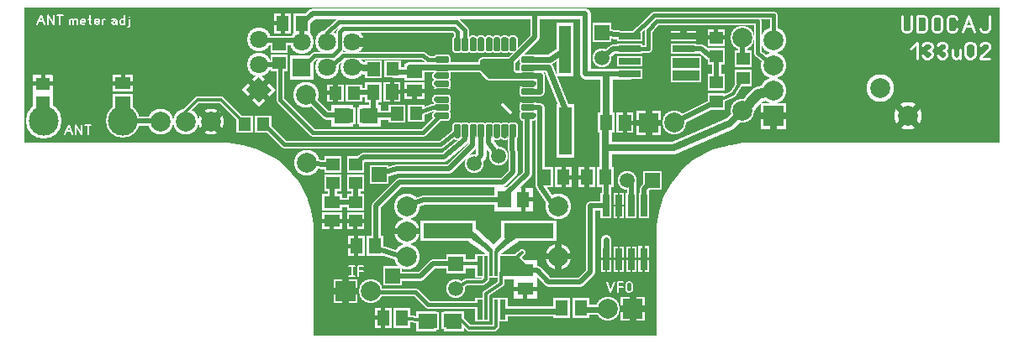
<source format=gbr>
%FSLAX34Y34*%
%MOMM*%
%LNCOPPER_TOP*%
G71*
G01*
%ADD10C, 5.000*%
%ADD11C, 5.200*%
%ADD12C, 2.600*%
%ADD13C, 2.600*%
%ADD14R, 2.600X1.100*%
%ADD15C, 0.900*%
%ADD16C, 0.700*%
%ADD17R, 1.000X2.400*%
%ADD18R, 0.700X2.400*%
%ADD19R, 5.600X2.100*%
%ADD20C, 0.800*%
%ADD21C, 1.100*%
%ADD22C, 1.900*%
%ADD23C, 1.000*%
%ADD24C, 0.600*%
%ADD25R, 2.000X1.700*%
%ADD26C, 1.600*%
%ADD27C, 2.400*%
%ADD28R, 1.700X1.800*%
%ADD29C, 1.300*%
%ADD30C, 3.600*%
%ADD31C, 3.400*%
%ADD32C, 2.600*%
%ADD33R, 1.700X2.000*%
%ADD34R, 2.000X1.900*%
%ADD35R, 1.800X1.700*%
%ADD36R, 2.400X2.100*%
%ADD37R, 1.800X5.400*%
%ADD38C, 0.175*%
%ADD39C, 0.950*%
%ADD40C, 0.286*%
%ADD41C, 2.400*%
%ADD42R, 1.100X2.600*%
%ADD43C, 1.280*%
%ADD44R, 2.100X2.400*%
%ADD45C, 0.300*%
%ADD46C, 0.400*%
%ADD47R, 0.900X0.900*%
%ADD48R, 3.100X1.400*%
%ADD49C, 0.200*%
%ADD50R, 2.000X2.000*%
%ADD51R, 2.200X2.200*%
%ADD52C, 1.880*%
%ADD53C, 2.800*%
%ADD54C, 0.667*%
%ADD55C, 0.649*%
%ADD56C, 0.433*%
%ADD57C, 0.924*%
%ADD58C, 0.233*%
%ADD59C, 0.245*%
%ADD60C, 2.000*%
%ADD61C, 2.000*%
%ADD62R, 2.200X0.700*%
%ADD63R, 0.600X2.000*%
%ADD64R, 0.300X2.000*%
%ADD65R, 5.000X1.500*%
%ADD66C, 0.500*%
%ADD67C, 1.500*%
%ADD68R, 1.600X1.300*%
%ADD69C, 1.800*%
%ADD70R, 1.300X1.400*%
%ADD71C, 3.000*%
%ADD72C, 2.000*%
%ADD73R, 1.300X1.600*%
%ADD74R, 1.400X1.300*%
%ADD75R, 1.200X4.800*%
%ADD76C, 0.550*%
%ADD77C, 1.800*%
%ADD78R, 0.700X2.200*%
%ADD79C, 0.000*%
%ADD80R, 0.500X0.500*%
%ADD81R, 2.700X1.000*%
%ADD82C, 0.100*%
%ADD83R, 1.600X1.600*%
%LPD*%
G36*
X792Y-396D02*
X982792Y-396D01*
X982792Y-331396D01*
X792Y-331396D01*
X792Y-396D01*
G37*
%LPC*%
X46036Y-49608D02*
G54D10*
D03*
X827085Y-49608D02*
G54D11*
D03*
G36*
X742251Y-122535D02*
X742251Y-96535D01*
X768251Y-96535D01*
X768251Y-122535D01*
X742251Y-122535D01*
G37*
X755252Y-84136D02*
G54D12*
D03*
X755252Y-58736D02*
G54D12*
D03*
X755252Y-33336D02*
G54D12*
D03*
X385760Y-200421D02*
G54D13*
D03*
X538160Y-200421D02*
G54D13*
D03*
X385760Y-225821D02*
G54D13*
D03*
X538161Y-251221D02*
G54D13*
D03*
X385760Y-251221D02*
G54D13*
D03*
X664367Y-67070D02*
G54D14*
D03*
X664367Y-54370D02*
G54D14*
D03*
X664367Y-41670D02*
G54D14*
D03*
X664366Y-28970D02*
G54D14*
D03*
X610367Y-28970D02*
G54D14*
D03*
X610367Y-41671D02*
G54D14*
D03*
X610367Y-54371D02*
G54D14*
D03*
X610367Y-67070D02*
G54D14*
D03*
G54D15*
X667005Y-53861D02*
X666748Y-53973D01*
G54D16*
X465738Y-295714D02*
X465737Y-288967D01*
X480818Y-279045D01*
X480818Y-267932D01*
X482406Y-305239D02*
G54D17*
D03*
X475818Y-305239D02*
G54D18*
D03*
X470818Y-305239D02*
G54D18*
D03*
X465818Y-305239D02*
G54D18*
D03*
X475818Y-261239D02*
G54D18*
D03*
X470818Y-261239D02*
G54D18*
D03*
X465819Y-261239D02*
G54D18*
D03*
X459387Y-305240D02*
G54D17*
D03*
X482406Y-261186D02*
G54D17*
D03*
X459387Y-261186D02*
G54D17*
D03*
X509071Y-225501D02*
G54D19*
D03*
X427315Y-225501D02*
G54D19*
D03*
G54D20*
X611161Y-42067D02*
X629045Y-42067D01*
X629045Y-22620D01*
X637777Y-13889D01*
X739377Y-13889D01*
X739377Y-46036D01*
X756046Y-59133D01*
G54D20*
X755252Y-34130D02*
X755252Y-7539D01*
X634602Y-7539D01*
X612378Y-29766D01*
X610367Y-29764D01*
G54D15*
X435372Y-258762D02*
X459343Y-258364D01*
G54D16*
X465930Y-270270D02*
X465930Y-274239D01*
X462359Y-276622D01*
X446088Y-276622D01*
X435372Y-284163D01*
G54D16*
X423346Y-225501D02*
X445767Y-225501D01*
X470692Y-246855D01*
X470692Y-255189D01*
G54D16*
X475852Y-255189D02*
X475852Y-246458D01*
X500061Y-226614D01*
G54D21*
X460248Y-123076D02*
X460248Y-148953D01*
X454024Y-157955D01*
G36*
X425872Y-249262D02*
X444872Y-249262D01*
X444872Y-268262D01*
X425872Y-268262D01*
X425872Y-249262D01*
G37*
X435372Y-284163D02*
G54D22*
D03*
G54D15*
X492248Y-123075D02*
X492645Y-165767D01*
X482202Y-176211D01*
X378220Y-176211D01*
X354407Y-200024D01*
X354408Y-242888D01*
X381792Y-251221D01*
G54D15*
X381792Y-200421D02*
X402828Y-193675D01*
X484189Y-193673D01*
X487759Y-186531D01*
X506808Y-167480D01*
X506808Y-108635D01*
X506749Y-108575D01*
G54D15*
X534192Y-200421D02*
X519508Y-179386D01*
X519508Y-100805D01*
X506978Y-100805D01*
X506748Y-100575D01*
G36*
X592099Y-34827D02*
X573099Y-34827D01*
X573099Y-15827D01*
X592099Y-15827D01*
X592099Y-34827D01*
G37*
X582599Y-50727D02*
G54D22*
D03*
G54D15*
X610367Y-41671D02*
X593724Y-41671D01*
X582599Y-50727D01*
G54D15*
X610367Y-28970D02*
X582599Y-25327D01*
G54D23*
X388875Y-60660D02*
X461022Y-60575D01*
X469105Y-68658D01*
X506434Y-68658D01*
G54D23*
X506352Y-68575D02*
X519904Y-68657D01*
X519905Y-84533D01*
X506351Y-84575D01*
G54D24*
X491727Y-76595D02*
X506749Y-76575D01*
G54D24*
X526255Y-92867D02*
X490933Y-92867D01*
G54D24*
X433386Y-84533D02*
X420686Y-84533D01*
X408780Y-84533D01*
G54D21*
X610367Y-67070D02*
X565943Y-67070D01*
X393674Y-65110D02*
G54D25*
D03*
X393674Y-84110D02*
G54D25*
D03*
G54D15*
X499590Y-265008D02*
X517024Y-265008D01*
X528636Y-276620D01*
X560784Y-276622D01*
X570705Y-266698D01*
X570705Y-200023D01*
X586580Y-199998D01*
X586579Y-182958D01*
X586581Y-171845D01*
G54D26*
X755252Y-84136D02*
X740170Y-87708D01*
X723973Y-104242D01*
G36*
X268046Y-48660D02*
X292046Y-48660D01*
X292046Y-72660D01*
X268046Y-72660D01*
X268046Y-48660D01*
G37*
X280046Y-35260D02*
G54D27*
D03*
X305446Y-60660D02*
G54D27*
D03*
X305446Y-35260D02*
G54D27*
D03*
X330846Y-60660D02*
G54D27*
D03*
X330847Y-35260D02*
G54D27*
D03*
X478630Y-150017D02*
G54D22*
D03*
G54D21*
X468248Y-123075D02*
X468248Y-136858D01*
X478629Y-150017D01*
G54D20*
X436249Y-38075D02*
X436538Y-24582D01*
X433386Y-21430D01*
X321864Y-21430D01*
X318292Y-25002D01*
X318292Y-41273D01*
X311545Y-48020D01*
X292686Y-48020D01*
X280046Y-60660D01*
G54D20*
X305594Y-33338D02*
X305594Y-25797D01*
X317103Y-14288D01*
X435769Y-14288D01*
X444103Y-22622D01*
X444103Y-36116D01*
G54D20*
X306784Y-60722D02*
X312738Y-57150D01*
X321866Y-48022D01*
X402431Y-48022D01*
X406797Y-52388D01*
X421084Y-52388D01*
G54D21*
X279795Y-34924D02*
X279796Y-15875D01*
X290908Y-6350D01*
X565545Y-6350D01*
G36*
X343973Y-53309D02*
X360973Y-53309D01*
X360973Y-71309D01*
X343973Y-71309D01*
X343973Y-53309D01*
G37*
X371473Y-62309D02*
G54D28*
D03*
G54D29*
X330846Y-60660D02*
X351680Y-60721D01*
G54D21*
X372267Y-65087D02*
X393674Y-65110D01*
X20011Y-114695D02*
G54D30*
D03*
X100011Y-114695D02*
G54D31*
D03*
X137714Y-115489D02*
G54D32*
D03*
X163114Y-115489D02*
G54D32*
D03*
X188515Y-115489D02*
G54D32*
D03*
X99988Y-95620D02*
G54D25*
D03*
X99988Y-76620D02*
G54D25*
D03*
G54D15*
X100011Y-114695D02*
X137714Y-114695D01*
X586581Y-116283D02*
G54D33*
D03*
G36*
X597080Y-106283D02*
X614080Y-106283D01*
X614080Y-126283D01*
X597080Y-126283D01*
X597080Y-106283D01*
G37*
G36*
X641518Y-104544D02*
X641518Y-128544D01*
X617518Y-128544D01*
X617518Y-104544D01*
X641518Y-104544D01*
G37*
X654917Y-116545D02*
G54D27*
D03*
G54D20*
X242093Y-117475D02*
X262730Y-138112D01*
X419496Y-138112D01*
X436562Y-125016D01*
X241644Y-117473D02*
G54D28*
D03*
X222644Y-117473D02*
G54D28*
D03*
X454024Y-157955D02*
G54D22*
D03*
G54D15*
X435372Y-258762D02*
X411955Y-258364D01*
X399255Y-271064D01*
X371474Y-271064D01*
X344557Y-109416D02*
G54D28*
D03*
X325557Y-109416D02*
G54D28*
D03*
X19818Y-96017D02*
G54D34*
D03*
X19818Y-77017D02*
G54D34*
D03*
X333047Y-86449D02*
G54D28*
D03*
X314047Y-86449D02*
G54D28*
D03*
G54D15*
X352843Y-85559D02*
X332349Y-85750D01*
X334142Y-177377D02*
G54D35*
D03*
X334142Y-158377D02*
G54D35*
D03*
X505196Y-265135D02*
G54D36*
D03*
X505196Y-284135D02*
G54D36*
D03*
G54D21*
X482520Y-268665D02*
X501570Y-268665D01*
G36*
X536596Y-97518D02*
X554596Y-97517D01*
X554597Y-151517D01*
X536597Y-151518D01*
X536596Y-97518D01*
G37*
X545596Y-42761D02*
G54D37*
D03*
G54D23*
X506748Y-52575D02*
X529829Y-52575D01*
X545596Y-42761D01*
G54D23*
X506748Y-60575D02*
X528094Y-60575D01*
X545596Y-102690D01*
X545702Y-124412D01*
X545596Y-124518D01*
X352146Y-85256D02*
G54D33*
D03*
G36*
X362646Y-75257D02*
X379646Y-75256D01*
X379646Y-95256D01*
X362646Y-95257D01*
X362646Y-75257D01*
G37*
X586184Y-171448D02*
G54D33*
D03*
X567184Y-171448D02*
G54D33*
D03*
G54D38*
X41845Y-128348D02*
X45512Y-118571D01*
X49178Y-128348D01*
G54D38*
X43312Y-124682D02*
X47712Y-124682D01*
G54D38*
X52600Y-128348D02*
X52600Y-118571D01*
X58467Y-128348D01*
X58467Y-118571D01*
G54D38*
X64822Y-128348D02*
X64822Y-118571D01*
G54D38*
X61889Y-118571D02*
X67756Y-118571D01*
G54D38*
X13667Y-17224D02*
X17334Y-7446D01*
X21000Y-17224D01*
G54D38*
X15134Y-13557D02*
X19534Y-13557D01*
G54D38*
X24422Y-17224D02*
X24422Y-7446D01*
X30289Y-17224D01*
X30289Y-7446D01*
G54D38*
X36644Y-17224D02*
X36644Y-7446D01*
G54D38*
X33711Y-7446D02*
X39578Y-7446D01*
G54D38*
X46569Y-17224D02*
X46569Y-11724D01*
G54D38*
X46569Y-12701D02*
X48036Y-11724D01*
X49502Y-12090D01*
X50236Y-12946D01*
X50236Y-17224D01*
G54D38*
X50236Y-12701D02*
X51702Y-11724D01*
X53169Y-12090D01*
X53902Y-12946D01*
X53902Y-17224D01*
G54D38*
X61724Y-16612D02*
X60551Y-17224D01*
X59084Y-17224D01*
X57617Y-16612D01*
X57324Y-15390D01*
X57324Y-13312D01*
X58057Y-12090D01*
X59524Y-11724D01*
X60991Y-12090D01*
X61724Y-12946D01*
X61724Y-14168D01*
X57324Y-14168D01*
G54D38*
X66613Y-7446D02*
X66613Y-16612D01*
X67346Y-17224D01*
X68079Y-16979D01*
G54D38*
X65146Y-11724D02*
X68079Y-11724D01*
G54D38*
X75901Y-16612D02*
X74728Y-17224D01*
X73261Y-17224D01*
X71794Y-16612D01*
X71501Y-15390D01*
X71501Y-13312D01*
X72234Y-12090D01*
X73701Y-11724D01*
X75168Y-12090D01*
X75901Y-12946D01*
X75901Y-14168D01*
X71501Y-14168D01*
G54D38*
X79323Y-17224D02*
X79323Y-11724D01*
G54D38*
X79323Y-12946D02*
X80790Y-11724D01*
X82256Y-11724D01*
G54D38*
X89247Y-12335D02*
X90714Y-11724D01*
X92474Y-11724D01*
X93647Y-12946D01*
X93647Y-17224D01*
G54D38*
X93647Y-15390D02*
X92914Y-14168D01*
X91447Y-13924D01*
X89980Y-14168D01*
X89247Y-15390D01*
X89540Y-16612D01*
X90714Y-17224D01*
X91447Y-17224D01*
X91740Y-17224D01*
X92914Y-16612D01*
X93647Y-15390D01*
G54D38*
X101469Y-17224D02*
X101469Y-7446D01*
G54D38*
X101469Y-13312D02*
X100736Y-12090D01*
X99269Y-11724D01*
X97802Y-12090D01*
X97069Y-13312D01*
X97069Y-15757D01*
X97802Y-16979D01*
X99269Y-17224D01*
X100736Y-16979D01*
X101469Y-15757D01*
G54D38*
X106358Y-9890D02*
X106358Y-9890D01*
G54D38*
X104891Y-19668D02*
X105624Y-19668D01*
X106358Y-18690D01*
X106358Y-11724D01*
X311151Y-158352D02*
G54D35*
D03*
X311151Y-177352D02*
G54D35*
D03*
X334167Y-196503D02*
G54D35*
D03*
X334168Y-215502D02*
G54D35*
D03*
X310355Y-196502D02*
G54D25*
D03*
X310355Y-215501D02*
G54D25*
D03*
X284161Y-88104D02*
G54D12*
D03*
G54D15*
X334167Y-196503D02*
X334169Y-182562D01*
X334124Y-177962D01*
G54D15*
X334167Y-196503D02*
X310725Y-196872D01*
X310355Y-196502D01*
X310360Y-178143D01*
G54D39*
X311151Y-158352D02*
X285351Y-157558D01*
G54D15*
X284162Y-88106D02*
X304403Y-108347D01*
X320675Y-108347D01*
G54D20*
X459580Y-299639D02*
X407192Y-299639D01*
X394889Y-286938D01*
X349248Y-286938D01*
G54D23*
X482598Y-306386D02*
X541733Y-306386D01*
G54D15*
X334566Y-157956D02*
X341709Y-150812D01*
X423466Y-150812D01*
X444500Y-132953D01*
X444500Y-123825D01*
G54D16*
X223043Y-117475D02*
X199230Y-93662D01*
X175021Y-93662D01*
X162321Y-106362D01*
X162321Y-114300D01*
G54D40*
X893582Y-41482D02*
X899582Y-35482D01*
X899582Y-51482D01*
G54D40*
X905182Y-38482D02*
X906382Y-36482D01*
X908782Y-35482D01*
X911182Y-35482D01*
X913582Y-36482D01*
X914782Y-38482D01*
X914782Y-40482D01*
X913582Y-42482D01*
X911182Y-43482D01*
X913582Y-44482D01*
X914782Y-46482D01*
X914782Y-48482D01*
X913582Y-50482D01*
X911182Y-51482D01*
X908782Y-51482D01*
X906382Y-50482D01*
X905182Y-48482D01*
G54D40*
X920382Y-38482D02*
X921582Y-36482D01*
X923982Y-35482D01*
X926382Y-35482D01*
X928782Y-36482D01*
X929982Y-38482D01*
X929982Y-40482D01*
X928782Y-42482D01*
X926382Y-43482D01*
X928782Y-44482D01*
X929982Y-46482D01*
X929982Y-48482D01*
X928782Y-50482D01*
X926382Y-51482D01*
X923982Y-51482D01*
X921582Y-50482D01*
X920382Y-48482D01*
G54D40*
X942782Y-42482D02*
X942782Y-51482D01*
G54D40*
X942782Y-49482D02*
X941582Y-51082D01*
X939182Y-51482D01*
X936782Y-51082D01*
X935582Y-49482D01*
X935582Y-42482D01*
G54D40*
X957982Y-38482D02*
X957982Y-48482D01*
X956782Y-50482D01*
X954382Y-51482D01*
X951982Y-51482D01*
X949582Y-50482D01*
X948382Y-48482D01*
X948382Y-38482D01*
X949582Y-36482D01*
X951982Y-35482D01*
X954382Y-35482D01*
X956782Y-36482D01*
X957982Y-38482D01*
G54D40*
X973182Y-51482D02*
X963582Y-51482D01*
X963582Y-50482D01*
X964782Y-48482D01*
X971982Y-42482D01*
X973182Y-40482D01*
X973182Y-38482D01*
X971982Y-36482D01*
X969582Y-35482D01*
X967182Y-35482D01*
X964782Y-36482D01*
X963582Y-38482D01*
G36*
X219639Y-82910D02*
X236610Y-65939D01*
X253580Y-82910D01*
X236610Y-99881D01*
X219639Y-82910D01*
G37*
X236609Y-57509D02*
G54D41*
D03*
X236609Y-32109D02*
G54D41*
D03*
G54D15*
X236609Y-33300D02*
X280046Y-33276D01*
G54D15*
X236609Y-57509D02*
X258615Y-57485D01*
X697403Y-49514D02*
G54D35*
D03*
X697403Y-30515D02*
G54D35*
D03*
X697431Y-94730D02*
G54D35*
D03*
X697431Y-75730D02*
G54D35*
D03*
G54D15*
X663573Y-41670D02*
X682674Y-41670D01*
X691356Y-49609D01*
X696610Y-49514D01*
X724393Y-51893D02*
G54D35*
D03*
X724393Y-70893D02*
G54D35*
D03*
G54D15*
X697431Y-94730D02*
X654917Y-116545D01*
G54D15*
X697431Y-75730D02*
X697403Y-49514D01*
X723974Y-30424D02*
G54D27*
D03*
X723973Y-104242D02*
G54D27*
D03*
G54D16*
X697431Y-94730D02*
X714770Y-87311D01*
X723576Y-71709D01*
G54D15*
X723996Y-51893D02*
X723996Y-30446D01*
G54D40*
X884642Y-8749D02*
X884642Y-21749D01*
X885842Y-23749D01*
X888242Y-24749D01*
X890642Y-24749D01*
X893042Y-23749D01*
X894242Y-21749D01*
X894242Y-8749D01*
G54D40*
X899842Y-24749D02*
X899842Y-8749D01*
X905842Y-8749D01*
X908242Y-9749D01*
X909442Y-11749D01*
X909442Y-21749D01*
X908242Y-23749D01*
X905842Y-24749D01*
X899842Y-24749D01*
G54D40*
X924642Y-11749D02*
X924642Y-21749D01*
X923442Y-23749D01*
X921042Y-24749D01*
X918642Y-24749D01*
X916242Y-23749D01*
X915042Y-21749D01*
X915042Y-11749D01*
X916242Y-9749D01*
X918642Y-8749D01*
X921042Y-8749D01*
X923442Y-9749D01*
X924642Y-11749D01*
G54D40*
X939842Y-21749D02*
X938642Y-23749D01*
X936242Y-24749D01*
X933842Y-24749D01*
X931442Y-23749D01*
X930242Y-21749D01*
X930242Y-11749D01*
X931442Y-9749D01*
X933842Y-8749D01*
X936242Y-8749D01*
X938642Y-9749D01*
X939842Y-11749D01*
G54D40*
X945442Y-24749D02*
X951442Y-8749D01*
X957442Y-24749D01*
G54D40*
X947842Y-18749D02*
X955042Y-18749D01*
G54D40*
X972642Y-8749D02*
X972642Y-21749D01*
X971442Y-23749D01*
X969042Y-24749D01*
X966642Y-24749D01*
X964242Y-23749D01*
X963042Y-21749D01*
G54D38*
X327992Y-270827D02*
X333858Y-270827D01*
G54D38*
X330925Y-270827D02*
X330925Y-261049D01*
G54D38*
X327992Y-261049D02*
X333858Y-261049D01*
G54D38*
X337281Y-270827D02*
X337281Y-261049D01*
X342414Y-261049D01*
G54D38*
X337281Y-265938D02*
X342414Y-265938D01*
G54D38*
X587548Y-277321D02*
X591215Y-287098D01*
X594881Y-277321D01*
G54D38*
X598303Y-287098D02*
X598303Y-277321D01*
X603436Y-277321D01*
G54D38*
X598303Y-282210D02*
X603436Y-282210D01*
G54D38*
X612725Y-279154D02*
X612725Y-285265D01*
X611991Y-286487D01*
X610525Y-287098D01*
X609058Y-287098D01*
X607591Y-286487D01*
X606858Y-285265D01*
X606858Y-279154D01*
X607591Y-277932D01*
X609058Y-277321D01*
X610525Y-277321D01*
X611991Y-277932D01*
X612725Y-279154D01*
X586580Y-253998D02*
G54D42*
D03*
X599280Y-253998D02*
G54D42*
D03*
X611980Y-253998D02*
G54D42*
D03*
G36*
X619180Y-240998D02*
X630180Y-240997D01*
X630181Y-266997D01*
X619181Y-266998D01*
X619180Y-240998D01*
G37*
X624680Y-199998D02*
G54D42*
D03*
G36*
X606479Y-186998D02*
X617479Y-186998D01*
X617480Y-212998D01*
X606480Y-212998D01*
X606479Y-186998D01*
G37*
X599279Y-199999D02*
G54D42*
D03*
G36*
X581079Y-186999D02*
X592079Y-186998D01*
X592080Y-212998D01*
X581080Y-212999D01*
X581079Y-186999D01*
G37*
G36*
X623743Y-184280D02*
X623743Y-165280D01*
X642743Y-165280D01*
X642743Y-184280D01*
X623743Y-184280D01*
G37*
X607842Y-174780D02*
G54D22*
D03*
G54D15*
X624680Y-199998D02*
X624681Y-183356D01*
X633243Y-174780D01*
G54D15*
X611980Y-199998D02*
X611981Y-178594D01*
X607842Y-174780D01*
X412748Y-34526D02*
G54D43*
D03*
X638967Y-83342D02*
G54D43*
D03*
X570704Y-148032D02*
G54D43*
D03*
G36*
X367736Y-98155D02*
X384736Y-98155D01*
X384736Y-116155D01*
X367736Y-116155D01*
X367736Y-98155D01*
G37*
X395236Y-107155D02*
G54D28*
D03*
G54D15*
X352146Y-85256D02*
X352423Y-108346D01*
G54D20*
X395236Y-107155D02*
X411557Y-100805D01*
X421519Y-100805D01*
G54D15*
X475852Y-68658D02*
X514745Y-30162D01*
X514745Y-6746D01*
G36*
X469105Y-68658D02*
X461419Y-60972D01*
X461419Y-54515D01*
X462754Y-53180D01*
X492123Y-53180D01*
X492123Y-65085D01*
X495695Y-68658D01*
X469105Y-68658D01*
G37*
G54D16*
X469105Y-68658D02*
X461419Y-60972D01*
X461419Y-54515D01*
X462754Y-53180D01*
X492123Y-53180D01*
X492123Y-65085D01*
X495695Y-68658D01*
X469105Y-68658D01*
X380974Y-313158D02*
G54D33*
D03*
X361974Y-313158D02*
G54D33*
D03*
G36*
X401470Y-307309D02*
X418470Y-307308D01*
X418470Y-325308D01*
X401470Y-325309D01*
X401470Y-307309D01*
G37*
X428970Y-316308D02*
G54D28*
D03*
G54D16*
X409970Y-316308D02*
X387324Y-313952D01*
G54D16*
X428970Y-316308D02*
X441323Y-316308D01*
X448863Y-323849D01*
X474263Y-323849D01*
X475851Y-322261D01*
X475851Y-312736D01*
G36*
X482598Y-268683D02*
X506013Y-268683D01*
X506013Y-261936D01*
X496885Y-252808D01*
X482598Y-252808D01*
X482598Y-268683D01*
G37*
G54D16*
X482598Y-268683D02*
X506013Y-268683D01*
X506013Y-261936D01*
X496885Y-252808D01*
X482598Y-252808D01*
X482598Y-268683D01*
G36*
X516170Y-161448D02*
X533170Y-161448D01*
X533170Y-181448D01*
X516170Y-181448D01*
X516170Y-161448D01*
G37*
X543669Y-171448D02*
G54D33*
D03*
G36*
X473689Y-181673D02*
X494689Y-181673D01*
X494689Y-205673D01*
X473689Y-205673D01*
X473689Y-181673D01*
G37*
X503188Y-193673D02*
G54D44*
D03*
X353963Y-240901D02*
G54D33*
D03*
X334963Y-240901D02*
G54D33*
D03*
G54D45*
X490139Y-106360D02*
X482201Y-98423D01*
G54D23*
X586580Y-251219D02*
X586580Y-234551D01*
G54D29*
X588169Y-141684D02*
X654050Y-141684D01*
X710803Y-117078D01*
X723973Y-104242D01*
G54D16*
X496489Y-252807D02*
X502045Y-247251D01*
G36*
X515248Y-109575D02*
X513248Y-111575D01*
X502248Y-111576D01*
X501248Y-110575D01*
X501249Y-106575D01*
X502248Y-105575D01*
X513248Y-105576D01*
X515248Y-107575D01*
X515248Y-109575D01*
G37*
G54D46*
X515248Y-109575D02*
X513248Y-111575D01*
X502248Y-111576D01*
X501248Y-110575D01*
X501249Y-106575D01*
X502248Y-105575D01*
X513248Y-105576D01*
X515248Y-107575D01*
X515248Y-109575D01*
G36*
X515248Y-101575D02*
X513248Y-103575D01*
X502248Y-103575D01*
X501248Y-102575D01*
X501248Y-98576D01*
X502248Y-97576D01*
X513248Y-97576D01*
X515249Y-99576D01*
X515248Y-101575D01*
G37*
G54D46*
X515248Y-101575D02*
X513248Y-103575D01*
X502248Y-103575D01*
X501248Y-102575D01*
X501248Y-98576D01*
X502248Y-97576D01*
X513248Y-97576D01*
X515249Y-99576D01*
X515248Y-101575D01*
X506749Y-108575D02*
G54D47*
D03*
X506748Y-100575D02*
G54D47*
D03*
G36*
X515248Y-93575D02*
X513248Y-95575D01*
X502248Y-95576D01*
X501249Y-94575D01*
X501248Y-90575D01*
X502248Y-89575D01*
X513249Y-89575D01*
X515248Y-91575D01*
X515248Y-93575D01*
G37*
G54D46*
X515248Y-93575D02*
X513248Y-95575D01*
X502248Y-95576D01*
X501249Y-94575D01*
X501248Y-90575D01*
X502248Y-89575D01*
X513249Y-89575D01*
X515248Y-91575D01*
X515248Y-93575D01*
G36*
X515248Y-85575D02*
X513248Y-87576D01*
X502248Y-87576D01*
X501248Y-86575D01*
X501248Y-82575D01*
X502248Y-81576D01*
X513249Y-81575D01*
X515248Y-83575D01*
X515248Y-85575D01*
G37*
G54D46*
X515248Y-85575D02*
X513248Y-87576D01*
X502248Y-87576D01*
X501248Y-86575D01*
X501248Y-82575D01*
X502248Y-81576D01*
X513249Y-81575D01*
X515248Y-83575D01*
X515248Y-85575D01*
X506748Y-92575D02*
G54D47*
D03*
X506748Y-84575D02*
G54D47*
D03*
G36*
X515248Y-77575D02*
X513248Y-79575D01*
X502248Y-79575D01*
X501248Y-78575D01*
X501248Y-74576D01*
X502248Y-73576D01*
X513248Y-73576D01*
X515248Y-75576D01*
X515248Y-77575D01*
G37*
G54D46*
X515248Y-77575D02*
X513248Y-79575D01*
X502248Y-79575D01*
X501248Y-78575D01*
X501248Y-74576D01*
X502248Y-73576D01*
X513248Y-73576D01*
X515248Y-75576D01*
X515248Y-77575D01*
G36*
X515248Y-69575D02*
X513248Y-71575D01*
X502249Y-71575D01*
X501249Y-70575D01*
X501248Y-66575D01*
X502249Y-65575D01*
X513248Y-65575D01*
X515248Y-67575D01*
X515248Y-69575D01*
G37*
G54D46*
X515248Y-69575D02*
X513248Y-71575D01*
X502249Y-71575D01*
X501249Y-70575D01*
X501248Y-66575D01*
X502249Y-65575D01*
X513248Y-65575D01*
X515248Y-67575D01*
X515248Y-69575D01*
X506749Y-76575D02*
G54D47*
D03*
X506748Y-68575D02*
G54D47*
D03*
G36*
X515248Y-61575D02*
X513248Y-63575D01*
X502248Y-63575D01*
X501248Y-62576D01*
X501249Y-58575D01*
X502248Y-57575D01*
X513248Y-57575D01*
X515248Y-59576D01*
X515248Y-61575D01*
G37*
G54D46*
X515248Y-61575D02*
X513248Y-63575D01*
X502248Y-63575D01*
X501248Y-62576D01*
X501249Y-58575D01*
X502248Y-57575D01*
X513248Y-57575D01*
X515248Y-59576D01*
X515248Y-61575D01*
G36*
X515248Y-53576D02*
X513248Y-55575D01*
X502248Y-55575D01*
X501248Y-54575D01*
X501248Y-50576D01*
X502248Y-49575D01*
X513249Y-49576D01*
X515248Y-51575D01*
X515248Y-53576D01*
G37*
G54D46*
X515248Y-53576D02*
X513248Y-55575D01*
X502248Y-55575D01*
X501248Y-54575D01*
X501248Y-50576D01*
X502248Y-49575D01*
X513249Y-49576D01*
X515248Y-51575D01*
X515248Y-53576D01*
X506748Y-60575D02*
G54D47*
D03*
X506748Y-52575D02*
G54D47*
D03*
G36*
X435248Y-131575D02*
X433248Y-129575D01*
X433248Y-118575D01*
X434248Y-117575D01*
X438248Y-117575D01*
X439248Y-118575D01*
X439248Y-129575D01*
X437248Y-131576D01*
X435248Y-131575D01*
G37*
G54D46*
X435248Y-131575D02*
X433248Y-129575D01*
X433248Y-118575D01*
X434248Y-117575D01*
X438248Y-117575D01*
X439248Y-118575D01*
X439248Y-129575D01*
X437248Y-131576D01*
X435248Y-131575D01*
G36*
X443248Y-131575D02*
X441248Y-129575D01*
X441248Y-118575D01*
X442248Y-117575D01*
X446249Y-117575D01*
X447248Y-118576D01*
X447248Y-129575D01*
X445248Y-131575D01*
X443248Y-131575D01*
G37*
G54D46*
X443248Y-131575D02*
X441248Y-129575D01*
X441248Y-118575D01*
X442248Y-117575D01*
X446249Y-117575D01*
X447248Y-118576D01*
X447248Y-129575D01*
X445248Y-131575D01*
X443248Y-131575D01*
X436248Y-123075D02*
G54D47*
D03*
X444248Y-123075D02*
G54D47*
D03*
G36*
X451248Y-131576D02*
X449248Y-129575D01*
X449249Y-118575D01*
X450248Y-117575D01*
X454249Y-117576D01*
X455248Y-118575D01*
X455248Y-129576D01*
X453248Y-131575D01*
X451248Y-131576D01*
G37*
G54D46*
X451248Y-131576D02*
X449248Y-129575D01*
X449249Y-118575D01*
X450248Y-117575D01*
X454249Y-117576D01*
X455248Y-118575D01*
X455248Y-129576D01*
X453248Y-131575D01*
X451248Y-131576D01*
G36*
X459248Y-131575D02*
X457248Y-129575D01*
X457248Y-118575D01*
X458248Y-117575D01*
X462248Y-117575D01*
X463249Y-118575D01*
X463248Y-129575D01*
X461248Y-131576D01*
X459248Y-131575D01*
G37*
G54D46*
X459248Y-131575D02*
X457248Y-129575D01*
X457248Y-118575D01*
X458248Y-117575D01*
X462248Y-117575D01*
X463249Y-118575D01*
X463248Y-129575D01*
X461248Y-131576D01*
X459248Y-131575D01*
X452248Y-123075D02*
G54D47*
D03*
X460248Y-123076D02*
G54D47*
D03*
G36*
X467248Y-131575D02*
X465248Y-129575D01*
X465249Y-118575D01*
X466248Y-117575D01*
X470249Y-117575D01*
X471248Y-118575D01*
X471248Y-129575D01*
X469248Y-131575D01*
X467248Y-131575D01*
G37*
G54D46*
X467248Y-131575D02*
X465248Y-129575D01*
X465249Y-118575D01*
X466248Y-117575D01*
X470249Y-117575D01*
X471248Y-118575D01*
X471248Y-129575D01*
X469248Y-131575D01*
X467248Y-131575D01*
G36*
X475248Y-131575D02*
X473248Y-129575D01*
X473248Y-118575D01*
X474248Y-117575D01*
X478249Y-117576D01*
X479248Y-118575D01*
X479248Y-129575D01*
X477249Y-131575D01*
X475248Y-131575D01*
G37*
G54D46*
X475248Y-131575D02*
X473248Y-129575D01*
X473248Y-118575D01*
X474248Y-117575D01*
X478249Y-117576D01*
X479248Y-118575D01*
X479248Y-129575D01*
X477249Y-131575D01*
X475248Y-131575D01*
X468248Y-123075D02*
G54D47*
D03*
X476248Y-123075D02*
G54D47*
D03*
G36*
X483248Y-131575D02*
X481248Y-129575D01*
X481248Y-118576D01*
X482248Y-117576D01*
X486248Y-117575D01*
X487248Y-118576D01*
X487248Y-129575D01*
X485248Y-131575D01*
X483248Y-131575D01*
G37*
G54D46*
X483248Y-131575D02*
X481248Y-129575D01*
X481248Y-118576D01*
X482248Y-117576D01*
X486248Y-117575D01*
X487248Y-118576D01*
X487248Y-129575D01*
X485248Y-131575D01*
X483248Y-131575D01*
G36*
X491248Y-131575D02*
X489248Y-129576D01*
X489249Y-118575D01*
X490248Y-117575D01*
X494248Y-117575D01*
X495248Y-118576D01*
X495248Y-129575D01*
X493248Y-131576D01*
X491248Y-131575D01*
G37*
G54D46*
X491248Y-131575D02*
X489248Y-129576D01*
X489249Y-118575D01*
X490248Y-117575D01*
X494248Y-117575D01*
X495248Y-118576D01*
X495248Y-129575D01*
X493248Y-131576D01*
X491248Y-131575D01*
X484248Y-123075D02*
G54D47*
D03*
X492248Y-123075D02*
G54D47*
D03*
G36*
X413248Y-51575D02*
X415248Y-49575D01*
X426248Y-49576D01*
X427248Y-50576D01*
X427248Y-54575D01*
X426248Y-55575D01*
X415248Y-55575D01*
X413248Y-53576D01*
X413248Y-51575D01*
G37*
G54D46*
X413248Y-51575D02*
X415248Y-49575D01*
X426248Y-49576D01*
X427248Y-50576D01*
X427248Y-54575D01*
X426248Y-55575D01*
X415248Y-55575D01*
X413248Y-53576D01*
X413248Y-51575D01*
G36*
X413248Y-59576D02*
X415248Y-57575D01*
X426248Y-57575D01*
X427248Y-58575D01*
X427248Y-62575D01*
X426249Y-63575D01*
X415248Y-63575D01*
X413248Y-61575D01*
X413248Y-59576D01*
G37*
G54D46*
X413248Y-59576D02*
X415248Y-57575D01*
X426248Y-57575D01*
X427248Y-58575D01*
X427248Y-62575D01*
X426249Y-63575D01*
X415248Y-63575D01*
X413248Y-61575D01*
X413248Y-59576D01*
G36*
X417248Y-48076D02*
X426248Y-48075D01*
X426249Y-57075D01*
X417249Y-57076D01*
X417248Y-48076D01*
G37*
G36*
X417248Y-56076D02*
X426248Y-56075D01*
X426249Y-65075D01*
X417249Y-65076D01*
X417248Y-56076D01*
G37*
G36*
X413248Y-67575D02*
X415248Y-65576D01*
X426248Y-65576D01*
X427248Y-66576D01*
X427248Y-70575D01*
X426248Y-71576D01*
X415248Y-71576D01*
X413248Y-69575D01*
X413248Y-67575D01*
G37*
G54D46*
X413248Y-67575D02*
X415248Y-65576D01*
X426248Y-65576D01*
X427248Y-66576D01*
X427248Y-70575D01*
X426248Y-71576D01*
X415248Y-71576D01*
X413248Y-69575D01*
X413248Y-67575D01*
G36*
X413248Y-75575D02*
X415248Y-73575D01*
X426248Y-73575D01*
X427248Y-74576D01*
X427248Y-78575D01*
X426248Y-79575D01*
X415248Y-79575D01*
X413248Y-77576D01*
X413248Y-75575D01*
G37*
G54D46*
X413248Y-75575D02*
X415248Y-73575D01*
X426248Y-73575D01*
X427248Y-74576D01*
X427248Y-78575D01*
X426248Y-79575D01*
X415248Y-79575D01*
X413248Y-77576D01*
X413248Y-75575D01*
X421749Y-68575D02*
G54D47*
D03*
X421748Y-76575D02*
G54D47*
D03*
G36*
X413248Y-83576D02*
X415248Y-81575D01*
X426248Y-81575D01*
X427248Y-82575D01*
X427249Y-86576D01*
X426248Y-87575D01*
X415248Y-87575D01*
X413248Y-85576D01*
X413248Y-83576D01*
G37*
G54D46*
X413248Y-83576D02*
X415248Y-81575D01*
X426248Y-81575D01*
X427248Y-82575D01*
X427249Y-86576D01*
X426248Y-87575D01*
X415248Y-87575D01*
X413248Y-85576D01*
X413248Y-83576D01*
G36*
X413248Y-91575D02*
X415248Y-89575D01*
X426248Y-89575D01*
X427248Y-90576D01*
X427248Y-94575D01*
X426248Y-95575D01*
X415248Y-95575D01*
X413248Y-93575D01*
X413248Y-91575D01*
G37*
G54D46*
X413248Y-91575D02*
X415248Y-89575D01*
X426248Y-89575D01*
X427248Y-90576D01*
X427248Y-94575D01*
X426248Y-95575D01*
X415248Y-95575D01*
X413248Y-93575D01*
X413248Y-91575D01*
X421748Y-84575D02*
G54D47*
D03*
X421748Y-92575D02*
G54D47*
D03*
G36*
X413249Y-99575D02*
X415248Y-97575D01*
X426248Y-97575D01*
X427248Y-98575D01*
X427248Y-102575D01*
X426248Y-103575D01*
X415248Y-103575D01*
X413248Y-101575D01*
X413249Y-99575D01*
G37*
G54D46*
X413249Y-99575D02*
X415248Y-97575D01*
X426248Y-97575D01*
X427248Y-98575D01*
X427248Y-102575D01*
X426248Y-103575D01*
X415248Y-103575D01*
X413248Y-101575D01*
X413249Y-99575D01*
G36*
X413249Y-107576D02*
X415248Y-105575D01*
X426248Y-105575D01*
X427248Y-106575D01*
X427248Y-110575D01*
X426248Y-111575D01*
X415248Y-111576D01*
X413249Y-109575D01*
X413249Y-107576D01*
G37*
G54D46*
X413249Y-107576D02*
X415248Y-105575D01*
X426248Y-105575D01*
X427248Y-106575D01*
X427248Y-110575D01*
X426248Y-111575D01*
X415248Y-111576D01*
X413249Y-109575D01*
X413249Y-107576D01*
G36*
X417248Y-96076D02*
X426248Y-96076D01*
X426248Y-105076D01*
X417248Y-105076D01*
X417248Y-96076D01*
G37*
X421748Y-108575D02*
G54D47*
D03*
G36*
X493248Y-29575D02*
X495248Y-31576D01*
X495248Y-42575D01*
X494248Y-43575D01*
X490248Y-43575D01*
X489248Y-42575D01*
X489248Y-31575D01*
X491248Y-29575D01*
X493248Y-29575D01*
G37*
G54D46*
X493248Y-29575D02*
X495248Y-31576D01*
X495248Y-42575D01*
X494248Y-43575D01*
X490248Y-43575D01*
X489248Y-42575D01*
X489248Y-31575D01*
X491248Y-29575D01*
X493248Y-29575D01*
G36*
X485249Y-29576D02*
X487248Y-31575D01*
X487248Y-42575D01*
X486249Y-43576D01*
X482248Y-43575D01*
X481248Y-42575D01*
X481248Y-31575D01*
X483248Y-29575D01*
X485249Y-29576D01*
G37*
G54D46*
X485249Y-29576D02*
X487248Y-31575D01*
X487248Y-42575D01*
X486249Y-43576D01*
X482248Y-43575D01*
X481248Y-42575D01*
X481248Y-31575D01*
X483248Y-29575D01*
X485249Y-29576D01*
X492249Y-38075D02*
G54D47*
D03*
X484248Y-38076D02*
G54D47*
D03*
G36*
X477249Y-29575D02*
X479248Y-31575D01*
X479248Y-42575D01*
X478248Y-43575D01*
X474249Y-43575D01*
X473249Y-42576D01*
X473248Y-31576D01*
X475248Y-29575D01*
X477249Y-29575D01*
G37*
G54D46*
X477249Y-29575D02*
X479248Y-31575D01*
X479248Y-42575D01*
X478248Y-43575D01*
X474249Y-43575D01*
X473249Y-42576D01*
X473248Y-31576D01*
X475248Y-29575D01*
X477249Y-29575D01*
G36*
X469249Y-29576D02*
X471248Y-31576D01*
X471248Y-42576D01*
X470249Y-43575D01*
X466248Y-43576D01*
X465248Y-42575D01*
X465249Y-31575D01*
X467248Y-29575D01*
X469249Y-29576D01*
G37*
G54D46*
X469249Y-29576D02*
X471248Y-31576D01*
X471248Y-42576D01*
X470249Y-43575D01*
X466248Y-43576D01*
X465248Y-42575D01*
X465249Y-31575D01*
X467248Y-29575D01*
X469249Y-29576D01*
X476248Y-38075D02*
G54D47*
D03*
X468248Y-38075D02*
G54D47*
D03*
G36*
X461248Y-29575D02*
X463249Y-31575D01*
X463249Y-42576D01*
X462248Y-43575D01*
X458248Y-43575D01*
X457248Y-42576D01*
X457248Y-31575D01*
X459248Y-29575D01*
X461248Y-29575D01*
G37*
G54D46*
X461248Y-29575D02*
X463249Y-31575D01*
X463249Y-42576D01*
X462248Y-43575D01*
X458248Y-43575D01*
X457248Y-42576D01*
X457248Y-31575D01*
X459248Y-29575D01*
X461248Y-29575D01*
G36*
X453249Y-29575D02*
X455248Y-31575D01*
X455248Y-42575D01*
X454248Y-43575D01*
X450249Y-43575D01*
X449248Y-42576D01*
X449248Y-31575D01*
X451248Y-29576D01*
X453249Y-29575D01*
G37*
G54D46*
X453249Y-29575D02*
X455248Y-31575D01*
X455248Y-42575D01*
X454248Y-43575D01*
X450249Y-43575D01*
X449248Y-42576D01*
X449248Y-31575D01*
X451248Y-29576D01*
X453249Y-29575D01*
X460248Y-38075D02*
G54D47*
D03*
X452248Y-38075D02*
G54D47*
D03*
G36*
X445248Y-29576D02*
X447248Y-31576D01*
X447248Y-42575D01*
X446249Y-43575D01*
X442248Y-43575D01*
X441248Y-42575D01*
X441249Y-31575D01*
X443248Y-29576D01*
X445248Y-29576D01*
G37*
G54D46*
X445248Y-29576D02*
X447248Y-31576D01*
X447248Y-42575D01*
X446249Y-43575D01*
X442248Y-43575D01*
X441248Y-42575D01*
X441249Y-31575D01*
X443248Y-29576D01*
X445248Y-29576D01*
G36*
X437248Y-29576D02*
X439248Y-31575D01*
X439248Y-42575D01*
X438248Y-43575D01*
X434248Y-43575D01*
X433248Y-42576D01*
X433248Y-31575D01*
X435248Y-29575D01*
X437248Y-29576D01*
G37*
G54D46*
X437248Y-29576D02*
X439248Y-31575D01*
X439248Y-42575D01*
X438248Y-43575D01*
X434248Y-43575D01*
X433248Y-42576D01*
X433248Y-31575D01*
X435248Y-29575D01*
X437248Y-29576D01*
X444248Y-38075D02*
G54D47*
D03*
X436249Y-38075D02*
G54D47*
D03*
X279796Y-15875D02*
G54D33*
D03*
X260796Y-15875D02*
G54D33*
D03*
X257544Y-56330D02*
G54D35*
D03*
X257544Y-37330D02*
G54D35*
D03*
X474661Y-101201D02*
G54D43*
D03*
X666750Y-69056D02*
G54D48*
D03*
X542131Y-303609D02*
G54D33*
D03*
X561131Y-303609D02*
G54D33*
D03*
G54D23*
X587770Y-305195D02*
X560783Y-305195D01*
G36*
X475059Y-246856D02*
X475059Y-243284D01*
X485775Y-232569D01*
X494903Y-232569D01*
X475059Y-246856D01*
G37*
G54D15*
X475059Y-246856D02*
X475059Y-243284D01*
X485775Y-232569D01*
X494903Y-232569D01*
X475059Y-246856D01*
G36*
X471452Y-247215D02*
X471452Y-243643D01*
X451609Y-225783D01*
X451609Y-232927D01*
X471452Y-247215D01*
G37*
G54D15*
X471452Y-247215D02*
X471452Y-243643D01*
X451609Y-225783D01*
X451609Y-232927D01*
X471452Y-247215D01*
X666751Y-55959D02*
G54D48*
D03*
G54D45*
X982661Y-138112D02*
X728661Y-138112D01*
G54D49*
G75*
G01X728064Y-138242D02*
G03X643064Y-223242I0J-85000D01*
G01*
G54D49*
X641747Y-223044D02*
X641747Y-331788D01*
G54D45*
X982661Y-138112D02*
X728661Y-138112D01*
G54D49*
G75*
G01X728064Y-138242D02*
G03X643064Y-223242I0J-85000D01*
G01*
G54D49*
X641747Y-223044D02*
X641747Y-331788D01*
G36*
X594Y-137913D02*
X594Y-331985D01*
X290312Y-331588D01*
X290312Y-219669D01*
X287931Y-204985D01*
X283565Y-191094D01*
X276422Y-177998D01*
X263325Y-162519D01*
X253800Y-154185D01*
X235147Y-144660D01*
X221256Y-140691D01*
X205381Y-137913D01*
X594Y-137913D01*
G37*
G54D45*
X594Y-137913D02*
X594Y-331985D01*
X290312Y-331588D01*
X290312Y-219669D01*
X287931Y-204985D01*
X283565Y-191094D01*
X276422Y-177998D01*
X263325Y-162519D01*
X253800Y-154185D01*
X235147Y-144660D01*
X221256Y-140691D01*
X205381Y-137913D01*
X594Y-137913D01*
G36*
X983058Y-138509D02*
X983059Y-331788D01*
X639366Y-332184D01*
X639366Y-220266D01*
X641747Y-205581D01*
X646112Y-191691D01*
X653256Y-178594D01*
X666353Y-163116D01*
X675878Y-154781D01*
X694531Y-145256D01*
X708422Y-141288D01*
X724297Y-138509D01*
X983058Y-138509D01*
G37*
G54D45*
X983058Y-138509D02*
X983059Y-331788D01*
X639366Y-332184D01*
X639366Y-220266D01*
X641747Y-205581D01*
X646112Y-191691D01*
X653256Y-178594D01*
X666353Y-163116D01*
X675878Y-154781D01*
X694531Y-145256D01*
X708422Y-141288D01*
X724297Y-138509D01*
X983058Y-138509D01*
G54D15*
X351451Y-108322D02*
X375211Y-108372D01*
G54D20*
X257969Y-57547D02*
X257969Y-93266D01*
X291306Y-126603D01*
X402431Y-126603D01*
X420291Y-108744D01*
G54D29*
X586184Y-171448D02*
X586581Y-69453D01*
G54D21*
X565545Y-67071D02*
X565545Y-6350D01*
X405606Y-317103D02*
G54D50*
D03*
X433606Y-317103D02*
G54D50*
D03*
X320675Y-109141D02*
G54D51*
D03*
X348675Y-109141D02*
G54D51*
D03*
G36*
X601492Y-316244D02*
X601492Y-292244D01*
X625492Y-292244D01*
X625492Y-316244D01*
X601492Y-316244D01*
G37*
X588092Y-304244D02*
G54D27*
D03*
G36*
X336321Y-274406D02*
X336321Y-298406D01*
X312321Y-298406D01*
X312321Y-274406D01*
X336321Y-274406D01*
G37*
X349720Y-286407D02*
G54D27*
D03*
G36*
X348708Y-177930D02*
X348708Y-158930D01*
X367708Y-158930D01*
X367708Y-177930D01*
X348708Y-177930D01*
G37*
G54D15*
X452041Y-123031D02*
X452041Y-139303D01*
X428228Y-163116D01*
X375841Y-163116D01*
X358378Y-167878D01*
G36*
X362202Y-280324D02*
X362202Y-261324D01*
X381202Y-261324D01*
X381202Y-280324D01*
X362202Y-280324D01*
G37*
X285352Y-157160D02*
G54D12*
D03*
X474661Y-61117D02*
G54D52*
D03*
X862314Y-81505D02*
G54D53*
D03*
X890598Y-109789D02*
G54D53*
D03*
%LPD*%
G54D54*
G36*
X755251Y-112869D02*
X741751Y-112869D01*
X741751Y-106202D01*
X755251Y-106202D01*
X755251Y-112869D01*
G37*
G36*
X755251Y-106202D02*
X768751Y-106202D01*
X768751Y-112869D01*
X755251Y-112869D01*
X755251Y-106202D01*
G37*
G36*
X758585Y-109535D02*
X758585Y-123035D01*
X751918Y-123035D01*
X751918Y-109535D01*
X758585Y-109535D01*
G37*
G54D54*
G36*
X385760Y-222488D02*
X399260Y-222488D01*
X399260Y-229154D01*
X385760Y-229154D01*
X385760Y-222488D01*
G37*
G36*
X385760Y-229154D02*
X372260Y-229154D01*
X372260Y-222488D01*
X385760Y-222488D01*
X385760Y-229154D01*
G37*
G54D54*
G36*
X538161Y-247888D02*
X551661Y-247888D01*
X551661Y-254554D01*
X538161Y-254554D01*
X538161Y-247888D01*
G37*
G36*
X541494Y-251221D02*
X541494Y-264721D01*
X534827Y-264721D01*
X534827Y-251221D01*
X541494Y-251221D01*
G37*
G36*
X538161Y-254554D02*
X524661Y-254554D01*
X524661Y-247888D01*
X538161Y-247888D01*
X538161Y-254554D01*
G37*
G36*
X534827Y-251221D02*
X534827Y-237721D01*
X541494Y-237721D01*
X541494Y-251221D01*
X534827Y-251221D01*
G37*
G54D55*
G36*
X664366Y-32214D02*
X650866Y-32214D01*
X650866Y-25727D01*
X664366Y-25727D01*
X664366Y-32214D01*
G37*
G36*
X661123Y-28970D02*
X661122Y-22970D01*
X667609Y-22970D01*
X667610Y-28970D01*
X661123Y-28970D01*
G37*
G36*
X664366Y-25727D02*
X677866Y-25727D01*
X677866Y-32214D01*
X664366Y-32214D01*
X664366Y-25727D01*
G37*
G54D45*
G36*
X472318Y-305239D02*
X472317Y-317739D01*
X469317Y-317739D01*
X469318Y-305239D01*
X472318Y-305239D01*
G37*
G36*
X469318Y-305239D02*
X469320Y-292739D01*
X472320Y-292739D01*
X472318Y-305239D01*
X469318Y-305239D01*
G37*
G54D56*
G36*
X393674Y-81943D02*
X404174Y-81943D01*
X404174Y-86276D01*
X393674Y-86276D01*
X393674Y-81943D01*
G37*
G36*
X395841Y-84110D02*
X395841Y-93110D01*
X391508Y-93110D01*
X391508Y-84110D01*
X395841Y-84110D01*
G37*
G36*
X393674Y-86276D02*
X383174Y-86277D01*
X383174Y-81944D01*
X393674Y-81943D01*
X393674Y-86276D01*
G37*
G54D57*
G36*
X330847Y-30640D02*
X343347Y-30640D01*
X343347Y-39880D01*
X330847Y-39880D01*
X330847Y-30640D01*
G37*
G54D54*
G36*
X186158Y-113132D02*
X195703Y-103586D01*
X200418Y-108300D01*
X190872Y-117846D01*
X186158Y-113132D01*
G37*
G36*
X190872Y-113132D02*
X200418Y-122678D01*
X195703Y-127392D01*
X186158Y-117846D01*
X190872Y-113132D01*
G37*
G36*
X190872Y-117846D02*
X181326Y-127392D01*
X176612Y-122678D01*
X186158Y-113132D01*
X190872Y-117846D01*
G37*
G36*
X186158Y-117846D02*
X176612Y-108300D01*
X181326Y-103586D01*
X190872Y-113132D01*
X186158Y-117846D01*
G37*
G54D56*
G36*
X99988Y-78787D02*
X89488Y-78787D01*
X89488Y-74454D01*
X99988Y-74454D01*
X99988Y-78787D01*
G37*
G36*
X97821Y-76620D02*
X97821Y-67620D01*
X102154Y-67620D01*
X102154Y-76620D01*
X97821Y-76620D01*
G37*
G36*
X99988Y-74454D02*
X110488Y-74453D01*
X110488Y-78786D01*
X99988Y-78787D01*
X99988Y-74454D01*
G37*
G54D56*
G36*
X603414Y-116283D02*
X603414Y-105783D01*
X607747Y-105783D01*
X607747Y-116283D01*
X603414Y-116283D01*
G37*
G36*
X605580Y-114116D02*
X614580Y-114116D01*
X614580Y-118449D01*
X605580Y-118449D01*
X605580Y-114116D01*
G37*
G36*
X607747Y-116283D02*
X607747Y-126783D01*
X603414Y-126783D01*
X603414Y-116283D01*
X607747Y-116283D01*
G37*
G54D54*
G36*
X629518Y-113211D02*
X642018Y-113211D01*
X642018Y-119878D01*
X629518Y-119878D01*
X629518Y-113211D01*
G37*
G36*
X632851Y-116544D02*
X632851Y-129044D01*
X626184Y-129044D01*
X626184Y-116544D01*
X632851Y-116544D01*
G37*
G36*
X629518Y-119878D02*
X617018Y-119878D01*
X617018Y-113211D01*
X629518Y-113211D01*
X629518Y-119878D01*
G37*
G36*
X626184Y-116544D02*
X626184Y-104044D01*
X632851Y-104044D01*
X632851Y-116544D01*
X626184Y-116544D01*
G37*
G54D56*
G36*
X19818Y-79184D02*
X9318Y-79184D01*
X9318Y-74851D01*
X19818Y-74851D01*
X19818Y-79184D01*
G37*
G36*
X17651Y-77017D02*
X17651Y-67017D01*
X21984Y-67017D01*
X21984Y-77017D01*
X17651Y-77017D01*
G37*
G36*
X19818Y-74851D02*
X30318Y-74851D01*
X30318Y-79184D01*
X19818Y-79184D01*
X19818Y-74851D01*
G37*
G54D56*
G36*
X316214Y-86449D02*
X316214Y-95949D01*
X311881Y-95949D01*
X311881Y-86449D01*
X316214Y-86449D01*
G37*
G36*
X314047Y-88616D02*
X305047Y-88616D01*
X305047Y-84283D01*
X314047Y-84283D01*
X314047Y-88616D01*
G37*
G36*
X311881Y-86449D02*
X311881Y-76949D01*
X316214Y-76949D01*
X316214Y-86449D01*
X311881Y-86449D01*
G37*
G54D56*
G36*
X505196Y-281968D02*
X517696Y-281968D01*
X517696Y-286301D01*
X505196Y-286301D01*
X505196Y-281968D01*
G37*
G36*
X507363Y-284135D02*
X507363Y-295135D01*
X503030Y-295135D01*
X503030Y-284135D01*
X507363Y-284135D01*
G37*
G36*
X505196Y-286301D02*
X492696Y-286302D01*
X492696Y-281969D01*
X505196Y-281968D01*
X505196Y-286301D01*
G37*
G54D56*
G36*
X368979Y-85256D02*
X368979Y-74756D01*
X373312Y-74756D01*
X373312Y-85256D01*
X368979Y-85256D01*
G37*
G36*
X371146Y-83090D02*
X380146Y-83090D01*
X380146Y-87423D01*
X371146Y-87423D01*
X371146Y-83090D01*
G37*
G36*
X373312Y-85256D02*
X373312Y-95756D01*
X368980Y-95756D01*
X368979Y-85256D01*
X373312Y-85256D01*
G37*
G54D56*
G36*
X569351Y-171448D02*
X569351Y-181948D01*
X565018Y-181948D01*
X565018Y-171448D01*
X569351Y-171448D01*
G37*
G36*
X567184Y-173615D02*
X558184Y-173615D01*
X558184Y-169282D01*
X567184Y-169282D01*
X567184Y-173615D01*
G37*
G36*
X565018Y-171448D02*
X565018Y-160948D01*
X569350Y-160948D01*
X569351Y-171448D01*
X565018Y-171448D01*
G37*
G54D56*
G36*
X334168Y-213336D02*
X343668Y-213336D01*
X343668Y-217669D01*
X334168Y-217669D01*
X334168Y-213336D01*
G37*
G36*
X336334Y-215502D02*
X336334Y-224502D01*
X332001Y-224502D01*
X332001Y-215502D01*
X336334Y-215502D01*
G37*
G36*
X334168Y-217669D02*
X324668Y-217669D01*
X324668Y-213336D01*
X334168Y-213336D01*
X334168Y-217669D01*
G37*
G54D56*
G36*
X310355Y-213335D02*
X320855Y-213334D01*
X320855Y-217667D01*
X310355Y-217668D01*
X310355Y-213335D01*
G37*
G36*
X312521Y-215501D02*
X312521Y-224501D01*
X308188Y-224501D01*
X308188Y-215501D01*
X312521Y-215501D01*
G37*
G36*
X310355Y-217668D02*
X299855Y-217668D01*
X299855Y-213335D01*
X310355Y-213335D01*
X310355Y-217668D01*
G37*
G54D24*
G36*
X234488Y-85031D02*
X225649Y-76192D01*
X229892Y-71950D01*
X238731Y-80789D01*
X234488Y-85031D01*
G37*
G36*
X234488Y-80789D02*
X243327Y-71950D01*
X247570Y-76192D01*
X238731Y-85031D01*
X234488Y-80789D01*
G37*
G36*
X238731Y-80789D02*
X247570Y-89628D01*
X243327Y-93870D01*
X234488Y-85031D01*
X238731Y-80789D01*
G37*
G36*
X238731Y-85031D02*
X229892Y-93870D01*
X225649Y-89628D01*
X234488Y-80789D01*
X238731Y-85031D01*
G37*
G54D56*
G36*
X697403Y-32681D02*
X687903Y-32681D01*
X687903Y-28348D01*
X697403Y-28348D01*
X697403Y-32681D01*
G37*
G36*
X695237Y-30515D02*
X695237Y-21515D01*
X699570Y-21515D01*
X699570Y-30515D01*
X695237Y-30515D01*
G37*
G36*
X697403Y-28348D02*
X706903Y-28348D01*
X706903Y-32681D01*
X697403Y-32681D01*
X697403Y-28348D01*
G37*
G54D58*
G36*
X585413Y-253998D02*
X585414Y-240498D01*
X587746Y-240498D01*
X587746Y-253998D01*
X585413Y-253998D01*
G37*
G36*
X586580Y-252832D02*
X592580Y-252832D01*
X592580Y-255165D01*
X586580Y-255165D01*
X586580Y-252832D01*
G37*
G36*
X587746Y-253998D02*
X587746Y-267498D01*
X585413Y-267498D01*
X585413Y-253998D01*
X587746Y-253998D01*
G37*
G36*
X586580Y-255165D02*
X580580Y-255165D01*
X580580Y-252832D01*
X586580Y-252832D01*
X586580Y-255165D01*
G37*
G54D58*
G36*
X598113Y-253998D02*
X598113Y-240498D01*
X600446Y-240498D01*
X600446Y-253998D01*
X598113Y-253998D01*
G37*
G36*
X599280Y-252832D02*
X605280Y-252832D01*
X605280Y-255165D01*
X599280Y-255165D01*
X599280Y-252832D01*
G37*
G36*
X600446Y-253998D02*
X600446Y-267498D01*
X598113Y-267498D01*
X598113Y-253998D01*
X600446Y-253998D01*
G37*
G36*
X599280Y-255165D02*
X593280Y-255165D01*
X593280Y-252832D01*
X599280Y-252832D01*
X599280Y-255165D01*
G37*
G54D58*
G36*
X610813Y-253998D02*
X610814Y-240498D01*
X613147Y-240499D01*
X613146Y-253999D01*
X610813Y-253998D01*
G37*
G36*
X611980Y-252832D02*
X617980Y-252832D01*
X617980Y-255165D01*
X611980Y-255165D01*
X611980Y-252832D01*
G37*
G36*
X613146Y-253999D02*
X613146Y-267499D01*
X610813Y-267498D01*
X610813Y-253998D01*
X613146Y-253999D01*
G37*
G36*
X611980Y-255165D02*
X605980Y-255165D01*
X605980Y-252832D01*
X611980Y-252832D01*
X611980Y-255165D01*
G37*
G54D59*
G36*
X623455Y-253998D02*
X623454Y-240498D01*
X625904Y-240498D01*
X625905Y-253998D01*
X623455Y-253998D01*
G37*
G36*
X624680Y-252773D02*
X630680Y-252772D01*
X630680Y-255222D01*
X624680Y-255223D01*
X624680Y-252773D01*
G37*
G36*
X625905Y-253998D02*
X625906Y-267498D01*
X623456Y-267498D01*
X623455Y-253998D01*
X625905Y-253998D01*
G37*
G36*
X624680Y-255223D02*
X618680Y-255223D01*
X618680Y-252773D01*
X624680Y-252773D01*
X624680Y-255223D01*
G37*
G54D58*
G36*
X598113Y-199998D02*
X598114Y-186498D01*
X600446Y-186499D01*
X600446Y-199999D01*
X598113Y-199998D01*
G37*
G36*
X599279Y-198832D02*
X605279Y-198832D01*
X605279Y-201165D01*
X599279Y-201165D01*
X599279Y-198832D01*
G37*
G36*
X600446Y-199999D02*
X600445Y-213499D01*
X598112Y-213498D01*
X598113Y-199998D01*
X600446Y-199999D01*
G37*
G36*
X599279Y-201165D02*
X593279Y-201165D01*
X593279Y-198832D01*
X599279Y-198832D01*
X599279Y-201165D01*
G37*
G54D56*
G36*
X364141Y-313158D02*
X364141Y-323658D01*
X359808Y-323658D01*
X359808Y-313158D01*
X364141Y-313158D01*
G37*
G36*
X361974Y-315324D02*
X352974Y-315324D01*
X352974Y-310991D01*
X361974Y-310991D01*
X361974Y-315324D01*
G37*
G36*
X359808Y-313158D02*
X359807Y-302658D01*
X364140Y-302658D01*
X364141Y-313158D01*
X359808Y-313158D01*
G37*
G54D56*
G36*
X541503Y-171448D02*
X541503Y-160948D01*
X545836Y-160948D01*
X545836Y-171448D01*
X541503Y-171448D01*
G37*
G36*
X543669Y-169281D02*
X552669Y-169282D01*
X552669Y-173615D01*
X543669Y-173614D01*
X543669Y-169281D01*
G37*
G36*
X545836Y-171448D02*
X545836Y-181948D01*
X541503Y-181948D01*
X541503Y-171448D01*
X545836Y-171448D01*
G37*
G54D56*
G36*
X501022Y-193673D02*
X501022Y-181173D01*
X505355Y-181173D01*
X505354Y-193673D01*
X501022Y-193673D01*
G37*
G36*
X503188Y-191506D02*
X514188Y-191506D01*
X514188Y-195840D01*
X503188Y-195839D01*
X503188Y-191506D01*
G37*
G36*
X505354Y-193673D02*
X505354Y-206173D01*
X501021Y-206173D01*
X501022Y-193673D01*
X505354Y-193673D01*
G37*
G54D56*
G36*
X337130Y-240901D02*
X337130Y-251401D01*
X332797Y-251401D01*
X332797Y-240901D01*
X337130Y-240901D01*
G37*
G36*
X334963Y-243068D02*
X325963Y-243068D01*
X325963Y-238735D01*
X334963Y-238735D01*
X334963Y-243068D01*
G37*
G36*
X332797Y-240901D02*
X332797Y-230401D01*
X337130Y-230401D01*
X337130Y-240901D01*
X332797Y-240901D01*
G37*
G54D56*
G36*
X262963Y-15875D02*
X262963Y-26375D01*
X258630Y-26375D01*
X258630Y-15875D01*
X262963Y-15875D01*
G37*
G36*
X260796Y-18041D02*
X251796Y-18041D01*
X251796Y-13708D01*
X260796Y-13708D01*
X260796Y-18041D01*
G37*
G36*
X258630Y-15875D02*
X258630Y-5375D01*
X262963Y-5375D01*
X262963Y-15875D01*
X258630Y-15875D01*
G37*
G54D54*
G36*
X613492Y-307577D02*
X600992Y-307577D01*
X600992Y-300910D01*
X613492Y-300910D01*
X613492Y-307577D01*
G37*
G36*
X610158Y-304244D02*
X610158Y-291744D01*
X616825Y-291744D01*
X616825Y-304244D01*
X610158Y-304244D01*
G37*
G36*
X613492Y-300910D02*
X625992Y-300910D01*
X625992Y-307577D01*
X613492Y-307577D01*
X613492Y-300910D01*
G37*
G36*
X616825Y-304244D02*
X616825Y-316744D01*
X610158Y-316744D01*
X610158Y-304244D01*
X616825Y-304244D01*
G37*
G54D54*
G36*
X324321Y-283073D02*
X336821Y-283073D01*
X336821Y-289740D01*
X324321Y-289740D01*
X324321Y-283073D01*
G37*
G36*
X327654Y-286406D02*
X327654Y-298906D01*
X320987Y-298906D01*
X320987Y-286406D01*
X327654Y-286406D01*
G37*
G36*
X324321Y-289740D02*
X311821Y-289740D01*
X311821Y-283073D01*
X324321Y-283073D01*
X324321Y-289740D01*
G37*
G36*
X320987Y-286406D02*
X320987Y-273906D01*
X327654Y-273906D01*
X327654Y-286406D01*
X320987Y-286406D01*
G37*
G54D54*
G36*
X888241Y-107432D02*
X898494Y-97179D01*
X903208Y-101893D01*
X892955Y-112146D01*
X888241Y-107432D01*
G37*
G36*
X892955Y-107432D02*
X903208Y-117685D01*
X898494Y-122399D01*
X888241Y-112146D01*
X892955Y-107432D01*
G37*
G36*
X892955Y-112146D02*
X882702Y-122399D01*
X877988Y-117685D01*
X888241Y-107432D01*
X892955Y-112146D01*
G37*
G36*
X888241Y-112146D02*
X877988Y-101893D01*
X882702Y-97179D01*
X892955Y-107432D01*
X888241Y-112146D01*
G37*
X46036Y-49608D02*
G54D10*
D03*
X827085Y-49608D02*
G54D11*
D03*
G36*
X745251Y-119535D02*
X745251Y-99535D01*
X765251Y-99535D01*
X765251Y-119535D01*
X745251Y-119535D01*
G37*
X755252Y-84136D02*
G54D60*
D03*
X755252Y-58736D02*
G54D60*
D03*
X755252Y-33336D02*
G54D60*
D03*
X385760Y-200421D02*
G54D61*
D03*
X538160Y-200421D02*
G54D61*
D03*
X385760Y-225821D02*
G54D61*
D03*
X538161Y-251221D02*
G54D61*
D03*
X385760Y-251221D02*
G54D61*
D03*
X664367Y-67070D02*
G54D62*
D03*
X664367Y-54370D02*
G54D62*
D03*
X664367Y-41670D02*
G54D62*
D03*
X664366Y-28970D02*
G54D62*
D03*
X610367Y-28970D02*
G54D62*
D03*
X610367Y-41671D02*
G54D62*
D03*
X610367Y-54371D02*
G54D62*
D03*
X610367Y-67070D02*
G54D62*
D03*
G54D45*
X667005Y-53861D02*
X666748Y-53973D01*
G54D45*
X465738Y-295714D02*
X465737Y-288967D01*
X480818Y-279045D01*
X480818Y-267932D01*
X482406Y-305239D02*
G54D63*
D03*
X475818Y-305239D02*
G54D64*
D03*
X470818Y-305239D02*
G54D64*
D03*
X465818Y-305239D02*
G54D64*
D03*
X475818Y-261239D02*
G54D64*
D03*
X470818Y-261239D02*
G54D64*
D03*
X465819Y-261239D02*
G54D64*
D03*
X459387Y-305240D02*
G54D63*
D03*
X482406Y-261186D02*
G54D63*
D03*
X459387Y-261186D02*
G54D63*
D03*
X509071Y-225501D02*
G54D65*
D03*
X427315Y-225501D02*
G54D65*
D03*
G54D46*
X611161Y-42067D02*
X629045Y-42067D01*
X629045Y-22620D01*
X637777Y-13889D01*
X739377Y-13889D01*
X739377Y-46036D01*
X756046Y-59133D01*
G54D46*
X755252Y-34130D02*
X755252Y-7539D01*
X634602Y-7539D01*
X612378Y-29766D01*
X610367Y-29764D01*
G54D45*
X435372Y-258762D02*
X459343Y-258364D01*
G54D45*
X465930Y-270270D02*
X465930Y-274239D01*
X462359Y-276622D01*
X446088Y-276622D01*
X435372Y-284163D01*
G54D45*
X423346Y-225501D02*
X445767Y-225501D01*
X470692Y-246855D01*
X470692Y-255189D01*
G54D45*
X475852Y-255189D02*
X475852Y-246458D01*
X500061Y-226614D01*
G54D66*
X460248Y-123076D02*
X460248Y-148953D01*
X454024Y-157955D01*
G36*
X427872Y-251262D02*
X442872Y-251262D01*
X442872Y-266262D01*
X427872Y-266262D01*
X427872Y-251262D01*
G37*
X435372Y-284163D02*
G54D67*
D03*
G54D66*
X492248Y-123075D02*
X492645Y-165767D01*
X482202Y-176211D01*
X378220Y-176211D01*
X354407Y-200024D01*
X354408Y-242888D01*
X381792Y-251221D01*
G54D66*
X381792Y-200421D02*
X402828Y-193675D01*
X484189Y-193673D01*
X487759Y-186531D01*
X506808Y-167480D01*
X506808Y-108635D01*
X506749Y-108575D01*
G54D66*
X534192Y-200421D02*
X519508Y-179386D01*
X519508Y-100805D01*
X506978Y-100805D01*
X506748Y-100575D01*
G36*
X590099Y-32827D02*
X575099Y-32827D01*
X575099Y-17827D01*
X590099Y-17827D01*
X590099Y-32827D01*
G37*
X582599Y-50727D02*
G54D67*
D03*
G54D66*
X610367Y-41671D02*
X593724Y-41671D01*
X582599Y-50727D01*
G54D66*
X610367Y-28970D02*
X582599Y-25327D01*
G54D24*
X388875Y-60660D02*
X461022Y-60575D01*
X469105Y-68658D01*
X506434Y-68658D01*
G54D24*
X506352Y-68575D02*
X519904Y-68657D01*
X519905Y-84533D01*
X506351Y-84575D01*
G54D24*
X491727Y-76595D02*
X506749Y-76575D01*
G54D24*
X526255Y-92867D02*
X490933Y-92867D01*
G54D24*
X433386Y-84533D02*
X420686Y-84533D01*
X408780Y-84533D01*
G54D66*
X610367Y-67070D02*
X565943Y-67070D01*
X393674Y-65110D02*
G54D68*
D03*
X393674Y-84110D02*
G54D68*
D03*
G54D66*
X499590Y-265008D02*
X517024Y-265008D01*
X528636Y-276620D01*
X560784Y-276622D01*
X570705Y-266698D01*
X570705Y-200023D01*
X586580Y-199998D01*
X586579Y-182958D01*
X586581Y-171845D01*
G54D23*
X755252Y-84136D02*
X740170Y-87708D01*
X723973Y-104242D01*
G36*
X271046Y-51660D02*
X289046Y-51660D01*
X289046Y-69660D01*
X271046Y-69660D01*
X271046Y-51660D01*
G37*
X280046Y-35260D02*
G54D69*
D03*
X305446Y-60660D02*
G54D69*
D03*
X305446Y-35260D02*
G54D69*
D03*
X330846Y-60660D02*
G54D69*
D03*
X330847Y-35260D02*
G54D69*
D03*
X478630Y-150017D02*
G54D67*
D03*
G54D66*
X468248Y-123075D02*
X468248Y-136858D01*
X478629Y-150017D01*
G54D46*
X436249Y-38075D02*
X436538Y-24582D01*
X433386Y-21430D01*
X321864Y-21430D01*
X318292Y-25002D01*
X318292Y-41273D01*
X311545Y-48020D01*
X292686Y-48020D01*
X280046Y-60660D01*
G54D46*
X305594Y-33338D02*
X305594Y-25797D01*
X317103Y-14288D01*
X435769Y-14288D01*
X444103Y-22622D01*
X444103Y-36116D01*
G54D46*
X306784Y-60722D02*
X312738Y-57150D01*
X321866Y-48022D01*
X402431Y-48022D01*
X406797Y-52388D01*
X421084Y-52388D01*
G54D66*
X279795Y-34924D02*
X279796Y-15875D01*
X290908Y-6350D01*
X565545Y-6350D01*
G36*
X345973Y-55309D02*
X358973Y-55309D01*
X358973Y-69309D01*
X345973Y-69309D01*
X345973Y-55309D01*
G37*
X371473Y-62309D02*
G54D70*
D03*
G54D16*
X330846Y-60660D02*
X351680Y-60721D01*
G54D66*
X372267Y-65087D02*
X393674Y-65110D01*
X20011Y-114695D02*
G54D71*
D03*
X100011Y-114695D02*
G54D71*
D03*
X137714Y-115489D02*
G54D72*
D03*
X163114Y-115489D02*
G54D72*
D03*
X188515Y-115489D02*
G54D72*
D03*
X99988Y-95620D02*
G54D68*
D03*
X99988Y-76620D02*
G54D68*
D03*
G54D66*
X100011Y-114695D02*
X137714Y-114695D01*
X586581Y-116283D02*
G54D73*
D03*
G36*
X599080Y-108283D02*
X612080Y-108283D01*
X612080Y-124283D01*
X599080Y-124283D01*
X599080Y-108283D01*
G37*
G36*
X639518Y-106544D02*
X639518Y-126544D01*
X619518Y-126544D01*
X619518Y-106544D01*
X639518Y-106544D01*
G37*
X654917Y-116545D02*
G54D60*
D03*
G54D46*
X242093Y-117475D02*
X262730Y-138112D01*
X419496Y-138112D01*
X436562Y-125016D01*
X241644Y-117473D02*
G54D70*
D03*
X222644Y-117473D02*
G54D70*
D03*
X454024Y-157955D02*
G54D67*
D03*
G54D66*
X435372Y-258762D02*
X411955Y-258364D01*
X399255Y-271064D01*
X371474Y-271064D01*
X344557Y-109416D02*
G54D70*
D03*
X325557Y-109416D02*
G54D70*
D03*
X19818Y-96017D02*
G54D74*
D03*
X19818Y-77017D02*
G54D74*
D03*
X333047Y-86449D02*
G54D70*
D03*
X314047Y-86449D02*
G54D70*
D03*
G54D66*
X352843Y-85559D02*
X332349Y-85750D01*
X334142Y-177377D02*
G54D74*
D03*
X334142Y-158377D02*
G54D74*
D03*
X505196Y-265135D02*
G54D68*
D03*
X505196Y-284135D02*
G54D68*
D03*
G54D66*
X482520Y-268665D02*
X501570Y-268665D01*
G36*
X539596Y-100518D02*
X551596Y-100517D01*
X551597Y-148517D01*
X539597Y-148518D01*
X539596Y-100518D01*
G37*
X545596Y-42761D02*
G54D75*
D03*
G54D24*
X506748Y-52575D02*
X529829Y-52575D01*
X545596Y-42761D01*
G54D24*
X506748Y-60575D02*
X528094Y-60575D01*
X545596Y-102690D01*
X545702Y-124412D01*
X545596Y-124518D01*
X352146Y-85256D02*
G54D73*
D03*
G36*
X364646Y-77257D02*
X377646Y-77256D01*
X377646Y-93256D01*
X364646Y-93257D01*
X364646Y-77257D01*
G37*
X586184Y-171448D02*
G54D73*
D03*
X567184Y-171448D02*
G54D73*
D03*
X311151Y-158352D02*
G54D74*
D03*
X311151Y-177352D02*
G54D74*
D03*
X334167Y-196503D02*
G54D74*
D03*
X334168Y-215502D02*
G54D74*
D03*
X310355Y-196502D02*
G54D68*
D03*
X310355Y-215501D02*
G54D68*
D03*
X284161Y-88104D02*
G54D60*
D03*
G54D66*
X334167Y-196503D02*
X334169Y-182562D01*
X334124Y-177962D01*
G54D66*
X334167Y-196503D02*
X310725Y-196872D01*
X310355Y-196502D01*
X310360Y-178143D01*
G54D76*
X311151Y-158352D02*
X285351Y-157558D01*
G54D66*
X284162Y-88106D02*
X304403Y-108347D01*
X320675Y-108347D01*
G54D46*
X459580Y-299639D02*
X407192Y-299639D01*
X394889Y-286938D01*
X349248Y-286938D01*
G54D24*
X482598Y-306386D02*
X541733Y-306386D01*
G54D66*
X334566Y-157956D02*
X341709Y-150812D01*
X423466Y-150812D01*
X444500Y-132953D01*
X444500Y-123825D01*
G54D45*
X223043Y-117475D02*
X199230Y-93662D01*
X175021Y-93662D01*
X162321Y-106362D01*
X162321Y-114300D01*
G36*
X223882Y-82910D02*
X236610Y-70182D01*
X249338Y-82910D01*
X236610Y-95638D01*
X223882Y-82910D01*
G37*
X236609Y-57509D02*
G54D77*
D03*
X236609Y-32109D02*
G54D77*
D03*
G54D66*
X236609Y-33300D02*
X280046Y-33276D01*
G54D66*
X236609Y-57509D02*
X258615Y-57485D01*
X697403Y-49514D02*
G54D74*
D03*
X697403Y-30515D02*
G54D74*
D03*
X697431Y-94730D02*
G54D74*
D03*
X697431Y-75730D02*
G54D74*
D03*
G54D66*
X663573Y-41670D02*
X682674Y-41670D01*
X691356Y-49609D01*
X696610Y-49514D01*
X724393Y-51893D02*
G54D74*
D03*
X724393Y-70893D02*
G54D74*
D03*
G54D66*
X697431Y-94730D02*
X654917Y-116545D01*
G54D66*
X697431Y-75730D02*
X697403Y-49514D01*
X723974Y-30424D02*
G54D60*
D03*
X723973Y-104242D02*
G54D60*
D03*
G54D45*
X697431Y-94730D02*
X714770Y-87311D01*
X723576Y-71709D01*
G54D66*
X723996Y-51893D02*
X723996Y-30446D01*
X586580Y-253998D02*
G54D78*
D03*
X599280Y-253998D02*
G54D78*
D03*
X611980Y-253998D02*
G54D78*
D03*
G36*
X621180Y-242998D02*
X628180Y-242997D01*
X628181Y-264997D01*
X621181Y-264998D01*
X621180Y-242998D01*
G37*
X624680Y-199998D02*
G54D78*
D03*
G36*
X608479Y-188998D02*
X615479Y-188998D01*
X615480Y-210998D01*
X608480Y-210998D01*
X608479Y-188998D01*
G37*
X599279Y-199999D02*
G54D78*
D03*
G36*
X583079Y-188999D02*
X590079Y-188998D01*
X590080Y-210998D01*
X583080Y-210999D01*
X583079Y-188999D01*
G37*
G36*
X625743Y-182280D02*
X625743Y-167280D01*
X640743Y-167280D01*
X640743Y-182280D01*
X625743Y-182280D01*
G37*
X607842Y-174780D02*
G54D67*
D03*
G54D66*
X624680Y-199998D02*
X624681Y-183356D01*
X633243Y-174780D01*
G54D66*
X611980Y-199998D02*
X611981Y-178594D01*
X607842Y-174780D01*
X412748Y-34526D02*
G54D43*
D03*
X638967Y-83342D02*
G54D43*
D03*
X570704Y-148032D02*
G54D43*
D03*
G36*
X369736Y-100155D02*
X382736Y-100155D01*
X382736Y-114155D01*
X369736Y-114155D01*
X369736Y-100155D01*
G37*
X395236Y-107155D02*
G54D70*
D03*
G54D66*
X352146Y-85256D02*
X352423Y-108346D01*
G54D46*
X395236Y-107155D02*
X411557Y-100805D01*
X421519Y-100805D01*
G54D66*
X475852Y-68658D02*
X514745Y-30162D01*
X514745Y-6746D01*
G36*
X469105Y-68658D02*
X461419Y-60972D01*
X461419Y-54515D01*
X462754Y-53180D01*
X492123Y-53180D01*
X492123Y-65085D01*
X495695Y-68658D01*
X469105Y-68658D01*
G37*
G54D45*
X469105Y-68658D02*
X461419Y-60972D01*
X461419Y-54515D01*
X462754Y-53180D01*
X492123Y-53180D01*
X492123Y-65085D01*
X495695Y-68658D01*
X469105Y-68658D01*
X380974Y-313158D02*
G54D73*
D03*
X361974Y-313158D02*
G54D73*
D03*
G36*
X403470Y-309308D02*
X416470Y-309308D01*
X416470Y-323308D01*
X403470Y-323308D01*
X403470Y-309308D01*
G37*
X428970Y-316308D02*
G54D70*
D03*
G54D45*
X409970Y-316308D02*
X387324Y-313952D01*
G54D45*
X428970Y-316308D02*
X441323Y-316308D01*
X448863Y-323849D01*
X474263Y-323849D01*
X475851Y-322261D01*
X475851Y-312736D01*
G36*
X482598Y-268683D02*
X506013Y-268683D01*
X506013Y-261936D01*
X496885Y-252808D01*
X482598Y-252808D01*
X482598Y-268683D01*
G37*
G54D45*
X482598Y-268683D02*
X506013Y-268683D01*
X506013Y-261936D01*
X496885Y-252808D01*
X482598Y-252808D01*
X482598Y-268683D01*
G36*
X518170Y-163448D02*
X531170Y-163448D01*
X531170Y-179448D01*
X518170Y-179448D01*
X518170Y-163448D01*
G37*
X543669Y-171448D02*
G54D73*
D03*
G36*
X477689Y-185673D02*
X490689Y-185673D01*
X490689Y-201673D01*
X477689Y-201673D01*
X477689Y-185673D01*
G37*
X503188Y-193673D02*
G54D73*
D03*
X353963Y-240901D02*
G54D73*
D03*
X334963Y-240901D02*
G54D73*
D03*
G54D24*
X586580Y-251219D02*
X586580Y-234551D01*
G54D16*
X588169Y-141684D02*
X654050Y-141684D01*
X710803Y-117078D01*
X723973Y-104242D01*
G54D45*
X496489Y-252807D02*
X502045Y-247251D01*
G36*
X515248Y-109575D02*
X513248Y-111575D01*
X502248Y-111576D01*
X501248Y-110575D01*
X501249Y-106575D01*
X502248Y-105575D01*
X513248Y-105576D01*
X515248Y-107575D01*
X515248Y-109575D01*
G37*
G54D79*
X515248Y-109575D02*
X513248Y-111575D01*
X502248Y-111576D01*
X501248Y-110575D01*
X501249Y-106575D01*
X502248Y-105575D01*
X513248Y-105576D01*
X515248Y-107575D01*
X515248Y-109575D01*
G36*
X515248Y-101575D02*
X513248Y-103575D01*
X502248Y-103575D01*
X501248Y-102575D01*
X501248Y-98576D01*
X502248Y-97576D01*
X513248Y-97576D01*
X515249Y-99576D01*
X515248Y-101575D01*
G37*
G54D79*
X515248Y-101575D02*
X513248Y-103575D01*
X502248Y-103575D01*
X501248Y-102575D01*
X501248Y-98576D01*
X502248Y-97576D01*
X513248Y-97576D01*
X515249Y-99576D01*
X515248Y-101575D01*
X506749Y-108575D02*
G54D80*
D03*
X506748Y-100575D02*
G54D80*
D03*
G36*
X515248Y-93575D02*
X513248Y-95575D01*
X502248Y-95576D01*
X501249Y-94575D01*
X501248Y-90575D01*
X502248Y-89575D01*
X513249Y-89575D01*
X515248Y-91575D01*
X515248Y-93575D01*
G37*
G54D79*
X515248Y-93575D02*
X513248Y-95575D01*
X502248Y-95576D01*
X501249Y-94575D01*
X501248Y-90575D01*
X502248Y-89575D01*
X513249Y-89575D01*
X515248Y-91575D01*
X515248Y-93575D01*
G36*
X515248Y-85575D02*
X513248Y-87576D01*
X502248Y-87576D01*
X501248Y-86575D01*
X501248Y-82575D01*
X502248Y-81576D01*
X513249Y-81575D01*
X515248Y-83575D01*
X515248Y-85575D01*
G37*
G54D79*
X515248Y-85575D02*
X513248Y-87576D01*
X502248Y-87576D01*
X501248Y-86575D01*
X501248Y-82575D01*
X502248Y-81576D01*
X513249Y-81575D01*
X515248Y-83575D01*
X515248Y-85575D01*
X506748Y-92575D02*
G54D80*
D03*
X506748Y-84575D02*
G54D80*
D03*
G36*
X515248Y-77575D02*
X513248Y-79575D01*
X502248Y-79575D01*
X501248Y-78575D01*
X501248Y-74576D01*
X502248Y-73576D01*
X513248Y-73576D01*
X515248Y-75576D01*
X515248Y-77575D01*
G37*
G54D79*
X515248Y-77575D02*
X513248Y-79575D01*
X502248Y-79575D01*
X501248Y-78575D01*
X501248Y-74576D01*
X502248Y-73576D01*
X513248Y-73576D01*
X515248Y-75576D01*
X515248Y-77575D01*
G36*
X515248Y-69575D02*
X513248Y-71575D01*
X502249Y-71575D01*
X501249Y-70575D01*
X501248Y-66575D01*
X502249Y-65575D01*
X513248Y-65575D01*
X515248Y-67575D01*
X515248Y-69575D01*
G37*
G54D79*
X515248Y-69575D02*
X513248Y-71575D01*
X502249Y-71575D01*
X501249Y-70575D01*
X501248Y-66575D01*
X502249Y-65575D01*
X513248Y-65575D01*
X515248Y-67575D01*
X515248Y-69575D01*
X506749Y-76575D02*
G54D80*
D03*
X506748Y-68575D02*
G54D80*
D03*
G36*
X515248Y-61575D02*
X513248Y-63575D01*
X502248Y-63575D01*
X501248Y-62576D01*
X501249Y-58575D01*
X502248Y-57575D01*
X513248Y-57575D01*
X515248Y-59576D01*
X515248Y-61575D01*
G37*
G54D79*
X515248Y-61575D02*
X513248Y-63575D01*
X502248Y-63575D01*
X501248Y-62576D01*
X501249Y-58575D01*
X502248Y-57575D01*
X513248Y-57575D01*
X515248Y-59576D01*
X515248Y-61575D01*
G36*
X515248Y-53576D02*
X513248Y-55575D01*
X502248Y-55575D01*
X501248Y-54575D01*
X501248Y-50576D01*
X502248Y-49575D01*
X513249Y-49576D01*
X515248Y-51575D01*
X515248Y-53576D01*
G37*
G54D79*
X515248Y-53576D02*
X513248Y-55575D01*
X502248Y-55575D01*
X501248Y-54575D01*
X501248Y-50576D01*
X502248Y-49575D01*
X513249Y-49576D01*
X515248Y-51575D01*
X515248Y-53576D01*
X506748Y-60575D02*
G54D80*
D03*
X506748Y-52575D02*
G54D80*
D03*
G36*
X435248Y-131575D02*
X433248Y-129575D01*
X433248Y-118575D01*
X434248Y-117575D01*
X438248Y-117575D01*
X439248Y-118575D01*
X439248Y-129575D01*
X437248Y-131576D01*
X435248Y-131575D01*
G37*
G54D79*
X435248Y-131575D02*
X433248Y-129575D01*
X433248Y-118575D01*
X434248Y-117575D01*
X438248Y-117575D01*
X439248Y-118575D01*
X439248Y-129575D01*
X437248Y-131576D01*
X435248Y-131575D01*
G36*
X443248Y-131575D02*
X441248Y-129575D01*
X441248Y-118575D01*
X442248Y-117575D01*
X446249Y-117575D01*
X447248Y-118576D01*
X447248Y-129575D01*
X445248Y-131575D01*
X443248Y-131575D01*
G37*
G54D79*
X443248Y-131575D02*
X441248Y-129575D01*
X441248Y-118575D01*
X442248Y-117575D01*
X446249Y-117575D01*
X447248Y-118576D01*
X447248Y-129575D01*
X445248Y-131575D01*
X443248Y-131575D01*
X436248Y-123075D02*
G54D80*
D03*
X444248Y-123075D02*
G54D80*
D03*
G36*
X451248Y-131576D02*
X449248Y-129575D01*
X449249Y-118575D01*
X450248Y-117575D01*
X454249Y-117576D01*
X455248Y-118575D01*
X455248Y-129576D01*
X453248Y-131575D01*
X451248Y-131576D01*
G37*
G54D79*
X451248Y-131576D02*
X449248Y-129575D01*
X449249Y-118575D01*
X450248Y-117575D01*
X454249Y-117576D01*
X455248Y-118575D01*
X455248Y-129576D01*
X453248Y-131575D01*
X451248Y-131576D01*
G36*
X459248Y-131575D02*
X457248Y-129575D01*
X457248Y-118575D01*
X458248Y-117575D01*
X462248Y-117575D01*
X463249Y-118575D01*
X463248Y-129575D01*
X461248Y-131576D01*
X459248Y-131575D01*
G37*
G54D79*
X459248Y-131575D02*
X457248Y-129575D01*
X457248Y-118575D01*
X458248Y-117575D01*
X462248Y-117575D01*
X463249Y-118575D01*
X463248Y-129575D01*
X461248Y-131576D01*
X459248Y-131575D01*
X452248Y-123075D02*
G54D80*
D03*
X460248Y-123076D02*
G54D80*
D03*
G36*
X467248Y-131575D02*
X465248Y-129575D01*
X465249Y-118575D01*
X466248Y-117575D01*
X470249Y-117575D01*
X471248Y-118575D01*
X471248Y-129575D01*
X469248Y-131575D01*
X467248Y-131575D01*
G37*
G54D79*
X467248Y-131575D02*
X465248Y-129575D01*
X465249Y-118575D01*
X466248Y-117575D01*
X470249Y-117575D01*
X471248Y-118575D01*
X471248Y-129575D01*
X469248Y-131575D01*
X467248Y-131575D01*
G36*
X475248Y-131575D02*
X473248Y-129575D01*
X473248Y-118575D01*
X474248Y-117575D01*
X478249Y-117576D01*
X479248Y-118575D01*
X479248Y-129575D01*
X477249Y-131575D01*
X475248Y-131575D01*
G37*
G54D79*
X475248Y-131575D02*
X473248Y-129575D01*
X473248Y-118575D01*
X474248Y-117575D01*
X478249Y-117576D01*
X479248Y-118575D01*
X479248Y-129575D01*
X477249Y-131575D01*
X475248Y-131575D01*
X468248Y-123075D02*
G54D80*
D03*
X476248Y-123075D02*
G54D80*
D03*
G36*
X483248Y-131575D02*
X481248Y-129575D01*
X481248Y-118576D01*
X482248Y-117576D01*
X486248Y-117575D01*
X487248Y-118576D01*
X487248Y-129575D01*
X485248Y-131575D01*
X483248Y-131575D01*
G37*
G54D79*
X483248Y-131575D02*
X481248Y-129575D01*
X481248Y-118576D01*
X482248Y-117576D01*
X486248Y-117575D01*
X487248Y-118576D01*
X487248Y-129575D01*
X485248Y-131575D01*
X483248Y-131575D01*
G36*
X491248Y-131575D02*
X489248Y-129576D01*
X489249Y-118575D01*
X490248Y-117575D01*
X494248Y-117575D01*
X495248Y-118576D01*
X495248Y-129575D01*
X493248Y-131576D01*
X491248Y-131575D01*
G37*
G54D79*
X491248Y-131575D02*
X489248Y-129576D01*
X489249Y-118575D01*
X490248Y-117575D01*
X494248Y-117575D01*
X495248Y-118576D01*
X495248Y-129575D01*
X493248Y-131576D01*
X491248Y-131575D01*
X484248Y-123075D02*
G54D80*
D03*
X492248Y-123075D02*
G54D80*
D03*
G36*
X413248Y-51575D02*
X415248Y-49575D01*
X426248Y-49576D01*
X427248Y-50576D01*
X427248Y-54575D01*
X426248Y-55575D01*
X415248Y-55575D01*
X413248Y-53576D01*
X413248Y-51575D01*
G37*
G54D79*
X413248Y-51575D02*
X415248Y-49575D01*
X426248Y-49576D01*
X427248Y-50576D01*
X427248Y-54575D01*
X426248Y-55575D01*
X415248Y-55575D01*
X413248Y-53576D01*
X413248Y-51575D01*
G36*
X413248Y-59576D02*
X415248Y-57575D01*
X426248Y-57575D01*
X427248Y-58575D01*
X427248Y-62575D01*
X426249Y-63575D01*
X415248Y-63575D01*
X413248Y-61575D01*
X413248Y-59576D01*
G37*
G54D79*
X413248Y-59576D02*
X415248Y-57575D01*
X426248Y-57575D01*
X427248Y-58575D01*
X427248Y-62575D01*
X426249Y-63575D01*
X415248Y-63575D01*
X413248Y-61575D01*
X413248Y-59576D01*
G36*
X419248Y-50076D02*
X424248Y-50075D01*
X424248Y-55075D01*
X419248Y-55076D01*
X419248Y-50076D01*
G37*
G36*
X419248Y-58075D02*
X424248Y-58075D01*
X424249Y-63075D01*
X419249Y-63075D01*
X419248Y-58075D01*
G37*
G36*
X413248Y-67575D02*
X415248Y-65576D01*
X426248Y-65576D01*
X427248Y-66576D01*
X427248Y-70575D01*
X426248Y-71576D01*
X415248Y-71576D01*
X413248Y-69575D01*
X413248Y-67575D01*
G37*
G54D79*
X413248Y-67575D02*
X415248Y-65576D01*
X426248Y-65576D01*
X427248Y-66576D01*
X427248Y-70575D01*
X426248Y-71576D01*
X415248Y-71576D01*
X413248Y-69575D01*
X413248Y-67575D01*
G36*
X413248Y-75575D02*
X415248Y-73575D01*
X426248Y-73575D01*
X427248Y-74576D01*
X427248Y-78575D01*
X426248Y-79575D01*
X415248Y-79575D01*
X413248Y-77576D01*
X413248Y-75575D01*
G37*
G54D79*
X413248Y-75575D02*
X415248Y-73575D01*
X426248Y-73575D01*
X427248Y-74576D01*
X427248Y-78575D01*
X426248Y-79575D01*
X415248Y-79575D01*
X413248Y-77576D01*
X413248Y-75575D01*
X421749Y-68575D02*
G54D80*
D03*
X421748Y-76575D02*
G54D80*
D03*
G36*
X413248Y-83576D02*
X415248Y-81575D01*
X426248Y-81575D01*
X427248Y-82575D01*
X427249Y-86576D01*
X426248Y-87575D01*
X415248Y-87575D01*
X413248Y-85576D01*
X413248Y-83576D01*
G37*
G54D79*
X413248Y-83576D02*
X415248Y-81575D01*
X426248Y-81575D01*
X427248Y-82575D01*
X427249Y-86576D01*
X426248Y-87575D01*
X415248Y-87575D01*
X413248Y-85576D01*
X413248Y-83576D01*
G36*
X413248Y-91575D02*
X415248Y-89575D01*
X426248Y-89575D01*
X427248Y-90576D01*
X427248Y-94575D01*
X426248Y-95575D01*
X415248Y-95575D01*
X413248Y-93575D01*
X413248Y-91575D01*
G37*
G54D79*
X413248Y-91575D02*
X415248Y-89575D01*
X426248Y-89575D01*
X427248Y-90576D01*
X427248Y-94575D01*
X426248Y-95575D01*
X415248Y-95575D01*
X413248Y-93575D01*
X413248Y-91575D01*
X421748Y-84575D02*
G54D80*
D03*
X421748Y-92575D02*
G54D80*
D03*
G36*
X413249Y-99575D02*
X415248Y-97575D01*
X426248Y-97575D01*
X427248Y-98575D01*
X427248Y-102575D01*
X426248Y-103575D01*
X415248Y-103575D01*
X413248Y-101575D01*
X413249Y-99575D01*
G37*
G54D79*
X413249Y-99575D02*
X415248Y-97575D01*
X426248Y-97575D01*
X427248Y-98575D01*
X427248Y-102575D01*
X426248Y-103575D01*
X415248Y-103575D01*
X413248Y-101575D01*
X413249Y-99575D01*
G36*
X413249Y-107576D02*
X415248Y-105575D01*
X426248Y-105575D01*
X427248Y-106575D01*
X427248Y-110575D01*
X426248Y-111575D01*
X415248Y-111576D01*
X413249Y-109575D01*
X413249Y-107576D01*
G37*
G54D79*
X413249Y-107576D02*
X415248Y-105575D01*
X426248Y-105575D01*
X427248Y-106575D01*
X427248Y-110575D01*
X426248Y-111575D01*
X415248Y-111576D01*
X413249Y-109575D01*
X413249Y-107576D01*
G36*
X419248Y-98076D02*
X424248Y-98076D01*
X424248Y-103076D01*
X419248Y-103076D01*
X419248Y-98076D01*
G37*
X421748Y-108575D02*
G54D80*
D03*
G36*
X493248Y-29575D02*
X495248Y-31576D01*
X495248Y-42575D01*
X494248Y-43575D01*
X490248Y-43575D01*
X489248Y-42575D01*
X489248Y-31575D01*
X491248Y-29575D01*
X493248Y-29575D01*
G37*
G54D79*
X493248Y-29575D02*
X495248Y-31576D01*
X495248Y-42575D01*
X494248Y-43575D01*
X490248Y-43575D01*
X489248Y-42575D01*
X489248Y-31575D01*
X491248Y-29575D01*
X493248Y-29575D01*
G36*
X485249Y-29576D02*
X487248Y-31575D01*
X487248Y-42575D01*
X486249Y-43576D01*
X482248Y-43575D01*
X481248Y-42575D01*
X481248Y-31575D01*
X483248Y-29575D01*
X485249Y-29576D01*
G37*
G54D79*
X485249Y-29576D02*
X487248Y-31575D01*
X487248Y-42575D01*
X486249Y-43576D01*
X482248Y-43575D01*
X481248Y-42575D01*
X481248Y-31575D01*
X483248Y-29575D01*
X485249Y-29576D01*
X492249Y-38075D02*
G54D80*
D03*
X484248Y-38076D02*
G54D80*
D03*
G36*
X477249Y-29575D02*
X479248Y-31575D01*
X479248Y-42575D01*
X478248Y-43575D01*
X474249Y-43575D01*
X473249Y-42576D01*
X473248Y-31576D01*
X475248Y-29575D01*
X477249Y-29575D01*
G37*
G54D79*
X477249Y-29575D02*
X479248Y-31575D01*
X479248Y-42575D01*
X478248Y-43575D01*
X474249Y-43575D01*
X473249Y-42576D01*
X473248Y-31576D01*
X475248Y-29575D01*
X477249Y-29575D01*
G36*
X469249Y-29576D02*
X471248Y-31576D01*
X471248Y-42576D01*
X470249Y-43575D01*
X466248Y-43576D01*
X465248Y-42575D01*
X465249Y-31575D01*
X467248Y-29575D01*
X469249Y-29576D01*
G37*
G54D79*
X469249Y-29576D02*
X471248Y-31576D01*
X471248Y-42576D01*
X470249Y-43575D01*
X466248Y-43576D01*
X465248Y-42575D01*
X465249Y-31575D01*
X467248Y-29575D01*
X469249Y-29576D01*
X476248Y-38075D02*
G54D80*
D03*
X468248Y-38075D02*
G54D80*
D03*
G36*
X461248Y-29575D02*
X463249Y-31575D01*
X463249Y-42576D01*
X462248Y-43575D01*
X458248Y-43575D01*
X457248Y-42576D01*
X457248Y-31575D01*
X459248Y-29575D01*
X461248Y-29575D01*
G37*
G54D79*
X461248Y-29575D02*
X463249Y-31575D01*
X463249Y-42576D01*
X462248Y-43575D01*
X458248Y-43575D01*
X457248Y-42576D01*
X457248Y-31575D01*
X459248Y-29575D01*
X461248Y-29575D01*
G36*
X453249Y-29575D02*
X455248Y-31575D01*
X455248Y-42575D01*
X454248Y-43575D01*
X450249Y-43575D01*
X449248Y-42576D01*
X449248Y-31575D01*
X451248Y-29576D01*
X453249Y-29575D01*
G37*
G54D79*
X453249Y-29575D02*
X455248Y-31575D01*
X455248Y-42575D01*
X454248Y-43575D01*
X450249Y-43575D01*
X449248Y-42576D01*
X449248Y-31575D01*
X451248Y-29576D01*
X453249Y-29575D01*
X460248Y-38075D02*
G54D80*
D03*
X452248Y-38075D02*
G54D80*
D03*
G36*
X445248Y-29576D02*
X447248Y-31576D01*
X447248Y-42575D01*
X446249Y-43575D01*
X442248Y-43575D01*
X441248Y-42575D01*
X441249Y-31575D01*
X443248Y-29576D01*
X445248Y-29576D01*
G37*
G54D79*
X445248Y-29576D02*
X447248Y-31576D01*
X447248Y-42575D01*
X446249Y-43575D01*
X442248Y-43575D01*
X441248Y-42575D01*
X441249Y-31575D01*
X443248Y-29576D01*
X445248Y-29576D01*
G36*
X437248Y-29576D02*
X439248Y-31575D01*
X439248Y-42575D01*
X438248Y-43575D01*
X434248Y-43575D01*
X433248Y-42576D01*
X433248Y-31575D01*
X435248Y-29575D01*
X437248Y-29576D01*
G37*
G54D79*
X437248Y-29576D02*
X439248Y-31575D01*
X439248Y-42575D01*
X438248Y-43575D01*
X434248Y-43575D01*
X433248Y-42576D01*
X433248Y-31575D01*
X435248Y-29575D01*
X437248Y-29576D01*
X444248Y-38075D02*
G54D80*
D03*
X436249Y-38075D02*
G54D80*
D03*
X279796Y-15875D02*
G54D73*
D03*
X260796Y-15875D02*
G54D73*
D03*
X257544Y-56330D02*
G54D74*
D03*
X257544Y-37330D02*
G54D74*
D03*
X474661Y-101201D02*
G54D43*
D03*
X666750Y-69056D02*
G54D81*
D03*
X542131Y-303609D02*
G54D73*
D03*
X561131Y-303609D02*
G54D73*
D03*
G54D24*
X587770Y-305195D02*
X560783Y-305195D01*
G36*
X475059Y-246856D02*
X475059Y-243284D01*
X485775Y-232569D01*
X494903Y-232569D01*
X475059Y-246856D01*
G37*
G54D82*
X475059Y-246856D02*
X475059Y-243284D01*
X485775Y-232569D01*
X494903Y-232569D01*
X475059Y-246856D01*
G36*
X471452Y-247215D02*
X471452Y-243643D01*
X451609Y-225783D01*
X451609Y-232927D01*
X471452Y-247215D01*
G37*
G54D82*
X471452Y-247215D02*
X471452Y-243643D01*
X451609Y-225783D01*
X451609Y-232927D01*
X471452Y-247215D01*
X666751Y-55959D02*
G54D81*
D03*
G54D66*
X351451Y-108322D02*
X375211Y-108372D01*
G54D46*
X257969Y-57547D02*
X257969Y-93266D01*
X291306Y-126603D01*
X402431Y-126603D01*
X420291Y-108744D01*
G54D16*
X586184Y-171448D02*
X586581Y-69453D01*
G54D66*
X565545Y-67071D02*
X565545Y-6350D01*
X405606Y-317103D02*
G54D83*
D03*
X433606Y-317103D02*
G54D83*
D03*
X320675Y-109141D02*
G54D83*
D03*
X348675Y-109141D02*
G54D83*
D03*
G36*
X603492Y-314244D02*
X603492Y-294244D01*
X623492Y-294244D01*
X623492Y-314244D01*
X603492Y-314244D01*
G37*
X588092Y-304244D02*
G54D60*
D03*
G36*
X334321Y-276406D02*
X334321Y-296406D01*
X314321Y-296406D01*
X314321Y-276406D01*
X334321Y-276406D01*
G37*
X349720Y-286407D02*
G54D60*
D03*
G36*
X350708Y-175930D02*
X350708Y-160930D01*
X365708Y-160930D01*
X365708Y-175930D01*
X350708Y-175930D01*
G37*
G54D66*
X452041Y-123031D02*
X452041Y-139303D01*
X428228Y-163116D01*
X375841Y-163116D01*
X358378Y-167878D01*
G36*
X364202Y-278324D02*
X364202Y-263324D01*
X379202Y-263324D01*
X379202Y-278324D01*
X364202Y-278324D01*
G37*
X285352Y-157160D02*
G54D60*
D03*
X474661Y-61117D02*
G54D43*
D03*
X862314Y-81505D02*
G54D72*
D03*
X890598Y-109789D02*
G54D72*
D03*
M02*

</source>
